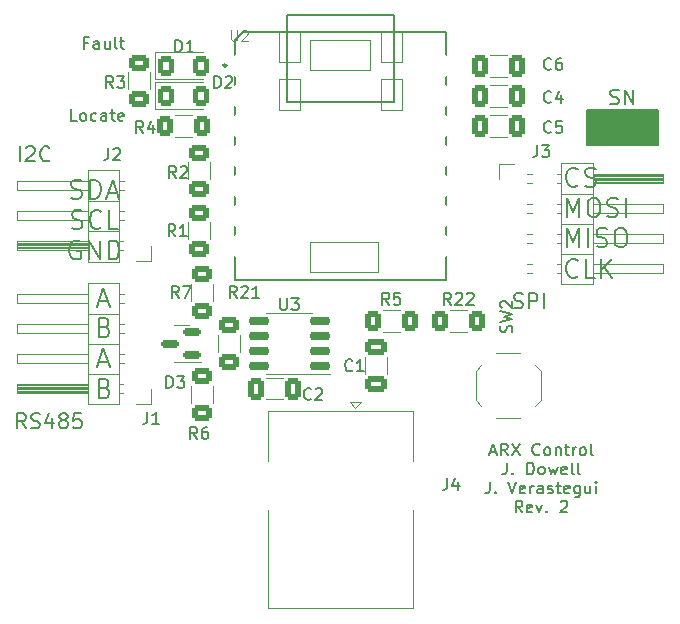
<source format=gto>
G04 #@! TF.GenerationSoftware,KiCad,Pcbnew,7.0.10*
G04 #@! TF.CreationDate,2024-03-12T12:36:54-06:00*
G04 #@! TF.ProjectId,ARXCarrierBoard,41525843-6172-4726-9965-72426f617264,rev?*
G04 #@! TF.SameCoordinates,Original*
G04 #@! TF.FileFunction,Legend,Top*
G04 #@! TF.FilePolarity,Positive*
%FSLAX46Y46*%
G04 Gerber Fmt 4.6, Leading zero omitted, Abs format (unit mm)*
G04 Created by KiCad (PCBNEW 7.0.10) date 2024-03-12 12:36:54*
%MOMM*%
%LPD*%
G01*
G04 APERTURE LIST*
G04 Aperture macros list*
%AMRoundRect*
0 Rectangle with rounded corners*
0 $1 Rounding radius*
0 $2 $3 $4 $5 $6 $7 $8 $9 X,Y pos of 4 corners*
0 Add a 4 corners polygon primitive as box body*
4,1,4,$2,$3,$4,$5,$6,$7,$8,$9,$2,$3,0*
0 Add four circle primitives for the rounded corners*
1,1,$1+$1,$2,$3*
1,1,$1+$1,$4,$5*
1,1,$1+$1,$6,$7*
1,1,$1+$1,$8,$9*
0 Add four rect primitives between the rounded corners*
20,1,$1+$1,$2,$3,$4,$5,0*
20,1,$1+$1,$4,$5,$6,$7,0*
20,1,$1+$1,$6,$7,$8,$9,0*
20,1,$1+$1,$8,$9,$2,$3,0*%
G04 Aperture macros list end*
%ADD10C,0.150000*%
%ADD11C,0.100000*%
%ADD12C,0.120000*%
%ADD13C,0.127000*%
%ADD14C,0.066040*%
%ADD15C,0.254000*%
%ADD16RoundRect,0.250000X0.650000X-0.412500X0.650000X0.412500X-0.650000X0.412500X-0.650000X-0.412500X0*%
%ADD17R,1.700000X1.700000*%
%ADD18O,1.700000X1.700000*%
%ADD19RoundRect,0.250000X-0.625000X0.400000X-0.625000X-0.400000X0.625000X-0.400000X0.625000X0.400000X0*%
%ADD20RoundRect,0.250000X0.400000X0.625000X-0.400000X0.625000X-0.400000X-0.625000X0.400000X-0.625000X0*%
%ADD21RoundRect,0.250000X-0.400000X-0.625000X0.400000X-0.625000X0.400000X0.625000X-0.400000X0.625000X0*%
%ADD22C,1.700000*%
%ADD23C,3.500000*%
%ADD24R,1.000000X1.700000*%
%ADD25RoundRect,0.250000X0.625000X-0.400000X0.625000X0.400000X-0.625000X0.400000X-0.625000X-0.400000X0*%
%ADD26RoundRect,0.250001X-0.462499X-0.624999X0.462499X-0.624999X0.462499X0.624999X-0.462499X0.624999X0*%
%ADD27RoundRect,0.250000X0.412500X0.650000X-0.412500X0.650000X-0.412500X-0.650000X0.412500X-0.650000X0*%
%ADD28RoundRect,0.150000X0.725000X0.150000X-0.725000X0.150000X-0.725000X-0.150000X0.725000X-0.150000X0*%
%ADD29O,2.748280X1.998980*%
%ADD30O,1.016000X2.032000*%
%ADD31C,1.143000*%
%ADD32RoundRect,0.250000X-0.412500X-0.650000X0.412500X-0.650000X0.412500X0.650000X-0.412500X0.650000X0*%
%ADD33RoundRect,0.150000X0.587500X0.150000X-0.587500X0.150000X-0.587500X-0.150000X0.587500X-0.150000X0*%
G04 APERTURE END LIST*
D10*
X216710000Y-70358000D02*
X222710000Y-70358000D01*
X222710000Y-73358000D01*
X216710000Y-73358000D01*
X216710000Y-70358000D01*
G36*
X216710000Y-70358000D02*
G01*
X222710000Y-70358000D01*
X222710000Y-73358000D01*
X216710000Y-73358000D01*
X216710000Y-70358000D01*
G37*
X173063142Y-77820690D02*
X173291714Y-77896880D01*
X173291714Y-77896880D02*
X173672666Y-77896880D01*
X173672666Y-77896880D02*
X173825047Y-77820690D01*
X173825047Y-77820690D02*
X173901238Y-77744499D01*
X173901238Y-77744499D02*
X173977428Y-77592118D01*
X173977428Y-77592118D02*
X173977428Y-77439737D01*
X173977428Y-77439737D02*
X173901238Y-77287356D01*
X173901238Y-77287356D02*
X173825047Y-77211166D01*
X173825047Y-77211166D02*
X173672666Y-77134975D01*
X173672666Y-77134975D02*
X173367904Y-77058785D01*
X173367904Y-77058785D02*
X173215523Y-76982594D01*
X173215523Y-76982594D02*
X173139333Y-76906404D01*
X173139333Y-76906404D02*
X173063142Y-76754023D01*
X173063142Y-76754023D02*
X173063142Y-76601642D01*
X173063142Y-76601642D02*
X173139333Y-76449261D01*
X173139333Y-76449261D02*
X173215523Y-76373070D01*
X173215523Y-76373070D02*
X173367904Y-76296880D01*
X173367904Y-76296880D02*
X173748857Y-76296880D01*
X173748857Y-76296880D02*
X173977428Y-76373070D01*
X174663143Y-77896880D02*
X174663143Y-76296880D01*
X174663143Y-76296880D02*
X175044095Y-76296880D01*
X175044095Y-76296880D02*
X175272667Y-76373070D01*
X175272667Y-76373070D02*
X175425048Y-76525451D01*
X175425048Y-76525451D02*
X175501238Y-76677832D01*
X175501238Y-76677832D02*
X175577429Y-76982594D01*
X175577429Y-76982594D02*
X175577429Y-77211166D01*
X175577429Y-77211166D02*
X175501238Y-77515928D01*
X175501238Y-77515928D02*
X175425048Y-77668309D01*
X175425048Y-77668309D02*
X175272667Y-77820690D01*
X175272667Y-77820690D02*
X175044095Y-77896880D01*
X175044095Y-77896880D02*
X174663143Y-77896880D01*
X176186952Y-77439737D02*
X176948857Y-77439737D01*
X176034571Y-77896880D02*
X176567905Y-76296880D01*
X176567905Y-76296880D02*
X177101238Y-77896880D01*
X173101237Y-80396690D02*
X173329809Y-80472880D01*
X173329809Y-80472880D02*
X173710761Y-80472880D01*
X173710761Y-80472880D02*
X173863142Y-80396690D01*
X173863142Y-80396690D02*
X173939333Y-80320499D01*
X173939333Y-80320499D02*
X174015523Y-80168118D01*
X174015523Y-80168118D02*
X174015523Y-80015737D01*
X174015523Y-80015737D02*
X173939333Y-79863356D01*
X173939333Y-79863356D02*
X173863142Y-79787166D01*
X173863142Y-79787166D02*
X173710761Y-79710975D01*
X173710761Y-79710975D02*
X173405999Y-79634785D01*
X173405999Y-79634785D02*
X173253618Y-79558594D01*
X173253618Y-79558594D02*
X173177428Y-79482404D01*
X173177428Y-79482404D02*
X173101237Y-79330023D01*
X173101237Y-79330023D02*
X173101237Y-79177642D01*
X173101237Y-79177642D02*
X173177428Y-79025261D01*
X173177428Y-79025261D02*
X173253618Y-78949070D01*
X173253618Y-78949070D02*
X173405999Y-78872880D01*
X173405999Y-78872880D02*
X173786952Y-78872880D01*
X173786952Y-78872880D02*
X174015523Y-78949070D01*
X175615524Y-80320499D02*
X175539333Y-80396690D01*
X175539333Y-80396690D02*
X175310762Y-80472880D01*
X175310762Y-80472880D02*
X175158381Y-80472880D01*
X175158381Y-80472880D02*
X174929809Y-80396690D01*
X174929809Y-80396690D02*
X174777428Y-80244309D01*
X174777428Y-80244309D02*
X174701238Y-80091928D01*
X174701238Y-80091928D02*
X174625047Y-79787166D01*
X174625047Y-79787166D02*
X174625047Y-79558594D01*
X174625047Y-79558594D02*
X174701238Y-79253832D01*
X174701238Y-79253832D02*
X174777428Y-79101451D01*
X174777428Y-79101451D02*
X174929809Y-78949070D01*
X174929809Y-78949070D02*
X175158381Y-78872880D01*
X175158381Y-78872880D02*
X175310762Y-78872880D01*
X175310762Y-78872880D02*
X175539333Y-78949070D01*
X175539333Y-78949070D02*
X175615524Y-79025261D01*
X177063143Y-80472880D02*
X176301238Y-80472880D01*
X176301238Y-80472880D02*
X176301238Y-78872880D01*
X173786952Y-81525070D02*
X173634571Y-81448880D01*
X173634571Y-81448880D02*
X173406000Y-81448880D01*
X173406000Y-81448880D02*
X173177428Y-81525070D01*
X173177428Y-81525070D02*
X173025047Y-81677451D01*
X173025047Y-81677451D02*
X172948857Y-81829832D01*
X172948857Y-81829832D02*
X172872666Y-82134594D01*
X172872666Y-82134594D02*
X172872666Y-82363166D01*
X172872666Y-82363166D02*
X172948857Y-82667928D01*
X172948857Y-82667928D02*
X173025047Y-82820309D01*
X173025047Y-82820309D02*
X173177428Y-82972690D01*
X173177428Y-82972690D02*
X173406000Y-83048880D01*
X173406000Y-83048880D02*
X173558381Y-83048880D01*
X173558381Y-83048880D02*
X173786952Y-82972690D01*
X173786952Y-82972690D02*
X173863143Y-82896499D01*
X173863143Y-82896499D02*
X173863143Y-82363166D01*
X173863143Y-82363166D02*
X173558381Y-82363166D01*
X174548857Y-83048880D02*
X174548857Y-81448880D01*
X174548857Y-81448880D02*
X175463143Y-83048880D01*
X175463143Y-83048880D02*
X175463143Y-81448880D01*
X176225047Y-83048880D02*
X176225047Y-81448880D01*
X176225047Y-81448880D02*
X176605999Y-81448880D01*
X176605999Y-81448880D02*
X176834571Y-81525070D01*
X176834571Y-81525070D02*
X176986952Y-81677451D01*
X176986952Y-81677451D02*
X177063142Y-81829832D01*
X177063142Y-81829832D02*
X177139333Y-82134594D01*
X177139333Y-82134594D02*
X177139333Y-82363166D01*
X177139333Y-82363166D02*
X177063142Y-82667928D01*
X177063142Y-82667928D02*
X176986952Y-82820309D01*
X176986952Y-82820309D02*
X176834571Y-82972690D01*
X176834571Y-82972690D02*
X176605999Y-83048880D01*
X176605999Y-83048880D02*
X176225047Y-83048880D01*
X210556238Y-87124950D02*
X210734809Y-87184473D01*
X210734809Y-87184473D02*
X211032428Y-87184473D01*
X211032428Y-87184473D02*
X211151476Y-87124950D01*
X211151476Y-87124950D02*
X211211000Y-87065426D01*
X211211000Y-87065426D02*
X211270523Y-86946378D01*
X211270523Y-86946378D02*
X211270523Y-86827330D01*
X211270523Y-86827330D02*
X211211000Y-86708283D01*
X211211000Y-86708283D02*
X211151476Y-86648759D01*
X211151476Y-86648759D02*
X211032428Y-86589235D01*
X211032428Y-86589235D02*
X210794333Y-86529711D01*
X210794333Y-86529711D02*
X210675285Y-86470188D01*
X210675285Y-86470188D02*
X210615762Y-86410664D01*
X210615762Y-86410664D02*
X210556238Y-86291616D01*
X210556238Y-86291616D02*
X210556238Y-86172569D01*
X210556238Y-86172569D02*
X210615762Y-86053521D01*
X210615762Y-86053521D02*
X210675285Y-85993997D01*
X210675285Y-85993997D02*
X210794333Y-85934473D01*
X210794333Y-85934473D02*
X211091952Y-85934473D01*
X211091952Y-85934473D02*
X211270523Y-85993997D01*
X211806238Y-87184473D02*
X211806238Y-85934473D01*
X211806238Y-85934473D02*
X212282428Y-85934473D01*
X212282428Y-85934473D02*
X212401476Y-85993997D01*
X212401476Y-85993997D02*
X212460999Y-86053521D01*
X212460999Y-86053521D02*
X212520523Y-86172569D01*
X212520523Y-86172569D02*
X212520523Y-86351140D01*
X212520523Y-86351140D02*
X212460999Y-86470188D01*
X212460999Y-86470188D02*
X212401476Y-86529711D01*
X212401476Y-86529711D02*
X212282428Y-86589235D01*
X212282428Y-86589235D02*
X211806238Y-86589235D01*
X213056238Y-87184473D02*
X213056238Y-85934473D01*
X174458475Y-64701009D02*
X174125142Y-64701009D01*
X174125142Y-65224819D02*
X174125142Y-64224819D01*
X174125142Y-64224819D02*
X174601332Y-64224819D01*
X175410856Y-65224819D02*
X175410856Y-64701009D01*
X175410856Y-64701009D02*
X175363237Y-64605771D01*
X175363237Y-64605771D02*
X175267999Y-64558152D01*
X175267999Y-64558152D02*
X175077523Y-64558152D01*
X175077523Y-64558152D02*
X174982285Y-64605771D01*
X175410856Y-65177200D02*
X175315618Y-65224819D01*
X175315618Y-65224819D02*
X175077523Y-65224819D01*
X175077523Y-65224819D02*
X174982285Y-65177200D01*
X174982285Y-65177200D02*
X174934666Y-65081961D01*
X174934666Y-65081961D02*
X174934666Y-64986723D01*
X174934666Y-64986723D02*
X174982285Y-64891485D01*
X174982285Y-64891485D02*
X175077523Y-64843866D01*
X175077523Y-64843866D02*
X175315618Y-64843866D01*
X175315618Y-64843866D02*
X175410856Y-64796247D01*
X176315618Y-64558152D02*
X176315618Y-65224819D01*
X175887047Y-64558152D02*
X175887047Y-65081961D01*
X175887047Y-65081961D02*
X175934666Y-65177200D01*
X175934666Y-65177200D02*
X176029904Y-65224819D01*
X176029904Y-65224819D02*
X176172761Y-65224819D01*
X176172761Y-65224819D02*
X176267999Y-65177200D01*
X176267999Y-65177200D02*
X176315618Y-65129580D01*
X176934666Y-65224819D02*
X176839428Y-65177200D01*
X176839428Y-65177200D02*
X176791809Y-65081961D01*
X176791809Y-65081961D02*
X176791809Y-64224819D01*
X177172762Y-64558152D02*
X177553714Y-64558152D01*
X177315619Y-64224819D02*
X177315619Y-65081961D01*
X177315619Y-65081961D02*
X177363238Y-65177200D01*
X177363238Y-65177200D02*
X177458476Y-65224819D01*
X177458476Y-65224819D02*
X177553714Y-65224819D01*
X173521904Y-71320819D02*
X173045714Y-71320819D01*
X173045714Y-71320819D02*
X173045714Y-70320819D01*
X173998095Y-71320819D02*
X173902857Y-71273200D01*
X173902857Y-71273200D02*
X173855238Y-71225580D01*
X173855238Y-71225580D02*
X173807619Y-71130342D01*
X173807619Y-71130342D02*
X173807619Y-70844628D01*
X173807619Y-70844628D02*
X173855238Y-70749390D01*
X173855238Y-70749390D02*
X173902857Y-70701771D01*
X173902857Y-70701771D02*
X173998095Y-70654152D01*
X173998095Y-70654152D02*
X174140952Y-70654152D01*
X174140952Y-70654152D02*
X174236190Y-70701771D01*
X174236190Y-70701771D02*
X174283809Y-70749390D01*
X174283809Y-70749390D02*
X174331428Y-70844628D01*
X174331428Y-70844628D02*
X174331428Y-71130342D01*
X174331428Y-71130342D02*
X174283809Y-71225580D01*
X174283809Y-71225580D02*
X174236190Y-71273200D01*
X174236190Y-71273200D02*
X174140952Y-71320819D01*
X174140952Y-71320819D02*
X173998095Y-71320819D01*
X175188571Y-71273200D02*
X175093333Y-71320819D01*
X175093333Y-71320819D02*
X174902857Y-71320819D01*
X174902857Y-71320819D02*
X174807619Y-71273200D01*
X174807619Y-71273200D02*
X174760000Y-71225580D01*
X174760000Y-71225580D02*
X174712381Y-71130342D01*
X174712381Y-71130342D02*
X174712381Y-70844628D01*
X174712381Y-70844628D02*
X174760000Y-70749390D01*
X174760000Y-70749390D02*
X174807619Y-70701771D01*
X174807619Y-70701771D02*
X174902857Y-70654152D01*
X174902857Y-70654152D02*
X175093333Y-70654152D01*
X175093333Y-70654152D02*
X175188571Y-70701771D01*
X176045714Y-71320819D02*
X176045714Y-70797009D01*
X176045714Y-70797009D02*
X175998095Y-70701771D01*
X175998095Y-70701771D02*
X175902857Y-70654152D01*
X175902857Y-70654152D02*
X175712381Y-70654152D01*
X175712381Y-70654152D02*
X175617143Y-70701771D01*
X176045714Y-71273200D02*
X175950476Y-71320819D01*
X175950476Y-71320819D02*
X175712381Y-71320819D01*
X175712381Y-71320819D02*
X175617143Y-71273200D01*
X175617143Y-71273200D02*
X175569524Y-71177961D01*
X175569524Y-71177961D02*
X175569524Y-71082723D01*
X175569524Y-71082723D02*
X175617143Y-70987485D01*
X175617143Y-70987485D02*
X175712381Y-70939866D01*
X175712381Y-70939866D02*
X175950476Y-70939866D01*
X175950476Y-70939866D02*
X176045714Y-70892247D01*
X176379048Y-70654152D02*
X176760000Y-70654152D01*
X176521905Y-70320819D02*
X176521905Y-71177961D01*
X176521905Y-71177961D02*
X176569524Y-71273200D01*
X176569524Y-71273200D02*
X176664762Y-71320819D01*
X176664762Y-71320819D02*
X176760000Y-71320819D01*
X177474286Y-71273200D02*
X177379048Y-71320819D01*
X177379048Y-71320819D02*
X177188572Y-71320819D01*
X177188572Y-71320819D02*
X177093334Y-71273200D01*
X177093334Y-71273200D02*
X177045715Y-71177961D01*
X177045715Y-71177961D02*
X177045715Y-70797009D01*
X177045715Y-70797009D02*
X177093334Y-70701771D01*
X177093334Y-70701771D02*
X177188572Y-70654152D01*
X177188572Y-70654152D02*
X177379048Y-70654152D01*
X177379048Y-70654152D02*
X177474286Y-70701771D01*
X177474286Y-70701771D02*
X177521905Y-70797009D01*
X177521905Y-70797009D02*
X177521905Y-70892247D01*
X177521905Y-70892247D02*
X177045715Y-70987485D01*
X169201952Y-97344473D02*
X168785286Y-96749235D01*
X168487667Y-97344473D02*
X168487667Y-96094473D01*
X168487667Y-96094473D02*
X168963857Y-96094473D01*
X168963857Y-96094473D02*
X169082905Y-96153997D01*
X169082905Y-96153997D02*
X169142428Y-96213521D01*
X169142428Y-96213521D02*
X169201952Y-96332569D01*
X169201952Y-96332569D02*
X169201952Y-96511140D01*
X169201952Y-96511140D02*
X169142428Y-96630188D01*
X169142428Y-96630188D02*
X169082905Y-96689711D01*
X169082905Y-96689711D02*
X168963857Y-96749235D01*
X168963857Y-96749235D02*
X168487667Y-96749235D01*
X169678143Y-97284950D02*
X169856714Y-97344473D01*
X169856714Y-97344473D02*
X170154333Y-97344473D01*
X170154333Y-97344473D02*
X170273381Y-97284950D01*
X170273381Y-97284950D02*
X170332905Y-97225426D01*
X170332905Y-97225426D02*
X170392428Y-97106378D01*
X170392428Y-97106378D02*
X170392428Y-96987330D01*
X170392428Y-96987330D02*
X170332905Y-96868283D01*
X170332905Y-96868283D02*
X170273381Y-96808759D01*
X170273381Y-96808759D02*
X170154333Y-96749235D01*
X170154333Y-96749235D02*
X169916238Y-96689711D01*
X169916238Y-96689711D02*
X169797190Y-96630188D01*
X169797190Y-96630188D02*
X169737667Y-96570664D01*
X169737667Y-96570664D02*
X169678143Y-96451616D01*
X169678143Y-96451616D02*
X169678143Y-96332569D01*
X169678143Y-96332569D02*
X169737667Y-96213521D01*
X169737667Y-96213521D02*
X169797190Y-96153997D01*
X169797190Y-96153997D02*
X169916238Y-96094473D01*
X169916238Y-96094473D02*
X170213857Y-96094473D01*
X170213857Y-96094473D02*
X170392428Y-96153997D01*
X171463857Y-96511140D02*
X171463857Y-97344473D01*
X171166238Y-96034950D02*
X170868619Y-96927807D01*
X170868619Y-96927807D02*
X171642428Y-96927807D01*
X172297190Y-96630188D02*
X172178142Y-96570664D01*
X172178142Y-96570664D02*
X172118619Y-96511140D01*
X172118619Y-96511140D02*
X172059095Y-96392092D01*
X172059095Y-96392092D02*
X172059095Y-96332569D01*
X172059095Y-96332569D02*
X172118619Y-96213521D01*
X172118619Y-96213521D02*
X172178142Y-96153997D01*
X172178142Y-96153997D02*
X172297190Y-96094473D01*
X172297190Y-96094473D02*
X172535285Y-96094473D01*
X172535285Y-96094473D02*
X172654333Y-96153997D01*
X172654333Y-96153997D02*
X172713857Y-96213521D01*
X172713857Y-96213521D02*
X172773380Y-96332569D01*
X172773380Y-96332569D02*
X172773380Y-96392092D01*
X172773380Y-96392092D02*
X172713857Y-96511140D01*
X172713857Y-96511140D02*
X172654333Y-96570664D01*
X172654333Y-96570664D02*
X172535285Y-96630188D01*
X172535285Y-96630188D02*
X172297190Y-96630188D01*
X172297190Y-96630188D02*
X172178142Y-96689711D01*
X172178142Y-96689711D02*
X172118619Y-96749235D01*
X172118619Y-96749235D02*
X172059095Y-96868283D01*
X172059095Y-96868283D02*
X172059095Y-97106378D01*
X172059095Y-97106378D02*
X172118619Y-97225426D01*
X172118619Y-97225426D02*
X172178142Y-97284950D01*
X172178142Y-97284950D02*
X172297190Y-97344473D01*
X172297190Y-97344473D02*
X172535285Y-97344473D01*
X172535285Y-97344473D02*
X172654333Y-97284950D01*
X172654333Y-97284950D02*
X172713857Y-97225426D01*
X172713857Y-97225426D02*
X172773380Y-97106378D01*
X172773380Y-97106378D02*
X172773380Y-96868283D01*
X172773380Y-96868283D02*
X172713857Y-96749235D01*
X172713857Y-96749235D02*
X172654333Y-96689711D01*
X172654333Y-96689711D02*
X172535285Y-96630188D01*
X173904333Y-96094473D02*
X173309095Y-96094473D01*
X173309095Y-96094473D02*
X173249571Y-96689711D01*
X173249571Y-96689711D02*
X173309095Y-96630188D01*
X173309095Y-96630188D02*
X173428142Y-96570664D01*
X173428142Y-96570664D02*
X173725761Y-96570664D01*
X173725761Y-96570664D02*
X173844809Y-96630188D01*
X173844809Y-96630188D02*
X173904333Y-96689711D01*
X173904333Y-96689711D02*
X173963856Y-96808759D01*
X173963856Y-96808759D02*
X173963856Y-97106378D01*
X173963856Y-97106378D02*
X173904333Y-97225426D01*
X173904333Y-97225426D02*
X173844809Y-97284950D01*
X173844809Y-97284950D02*
X173725761Y-97344473D01*
X173725761Y-97344473D02*
X173428142Y-97344473D01*
X173428142Y-97344473D02*
X173309095Y-97284950D01*
X173309095Y-97284950D02*
X173249571Y-97225426D01*
X215939922Y-76726009D02*
X215863731Y-76802200D01*
X215863731Y-76802200D02*
X215635160Y-76878390D01*
X215635160Y-76878390D02*
X215482779Y-76878390D01*
X215482779Y-76878390D02*
X215254207Y-76802200D01*
X215254207Y-76802200D02*
X215101826Y-76649819D01*
X215101826Y-76649819D02*
X215025636Y-76497438D01*
X215025636Y-76497438D02*
X214949445Y-76192676D01*
X214949445Y-76192676D02*
X214949445Y-75964104D01*
X214949445Y-75964104D02*
X215025636Y-75659342D01*
X215025636Y-75659342D02*
X215101826Y-75506961D01*
X215101826Y-75506961D02*
X215254207Y-75354580D01*
X215254207Y-75354580D02*
X215482779Y-75278390D01*
X215482779Y-75278390D02*
X215635160Y-75278390D01*
X215635160Y-75278390D02*
X215863731Y-75354580D01*
X215863731Y-75354580D02*
X215939922Y-75430771D01*
X216549445Y-76802200D02*
X216778017Y-76878390D01*
X216778017Y-76878390D02*
X217158969Y-76878390D01*
X217158969Y-76878390D02*
X217311350Y-76802200D01*
X217311350Y-76802200D02*
X217387541Y-76726009D01*
X217387541Y-76726009D02*
X217463731Y-76573628D01*
X217463731Y-76573628D02*
X217463731Y-76421247D01*
X217463731Y-76421247D02*
X217387541Y-76268866D01*
X217387541Y-76268866D02*
X217311350Y-76192676D01*
X217311350Y-76192676D02*
X217158969Y-76116485D01*
X217158969Y-76116485D02*
X216854207Y-76040295D01*
X216854207Y-76040295D02*
X216701826Y-75964104D01*
X216701826Y-75964104D02*
X216625636Y-75887914D01*
X216625636Y-75887914D02*
X216549445Y-75735533D01*
X216549445Y-75735533D02*
X216549445Y-75583152D01*
X216549445Y-75583152D02*
X216625636Y-75430771D01*
X216625636Y-75430771D02*
X216701826Y-75354580D01*
X216701826Y-75354580D02*
X216854207Y-75278390D01*
X216854207Y-75278390D02*
X217235160Y-75278390D01*
X217235160Y-75278390D02*
X217463731Y-75354580D01*
X215025636Y-79454390D02*
X215025636Y-77854390D01*
X215025636Y-77854390D02*
X215558969Y-78997247D01*
X215558969Y-78997247D02*
X216092303Y-77854390D01*
X216092303Y-77854390D02*
X216092303Y-79454390D01*
X217158969Y-77854390D02*
X217463731Y-77854390D01*
X217463731Y-77854390D02*
X217616112Y-77930580D01*
X217616112Y-77930580D02*
X217768493Y-78082961D01*
X217768493Y-78082961D02*
X217844683Y-78387723D01*
X217844683Y-78387723D02*
X217844683Y-78921057D01*
X217844683Y-78921057D02*
X217768493Y-79225819D01*
X217768493Y-79225819D02*
X217616112Y-79378200D01*
X217616112Y-79378200D02*
X217463731Y-79454390D01*
X217463731Y-79454390D02*
X217158969Y-79454390D01*
X217158969Y-79454390D02*
X217006588Y-79378200D01*
X217006588Y-79378200D02*
X216854207Y-79225819D01*
X216854207Y-79225819D02*
X216778016Y-78921057D01*
X216778016Y-78921057D02*
X216778016Y-78387723D01*
X216778016Y-78387723D02*
X216854207Y-78082961D01*
X216854207Y-78082961D02*
X217006588Y-77930580D01*
X217006588Y-77930580D02*
X217158969Y-77854390D01*
X218454206Y-79378200D02*
X218682778Y-79454390D01*
X218682778Y-79454390D02*
X219063730Y-79454390D01*
X219063730Y-79454390D02*
X219216111Y-79378200D01*
X219216111Y-79378200D02*
X219292302Y-79302009D01*
X219292302Y-79302009D02*
X219368492Y-79149628D01*
X219368492Y-79149628D02*
X219368492Y-78997247D01*
X219368492Y-78997247D02*
X219292302Y-78844866D01*
X219292302Y-78844866D02*
X219216111Y-78768676D01*
X219216111Y-78768676D02*
X219063730Y-78692485D01*
X219063730Y-78692485D02*
X218758968Y-78616295D01*
X218758968Y-78616295D02*
X218606587Y-78540104D01*
X218606587Y-78540104D02*
X218530397Y-78463914D01*
X218530397Y-78463914D02*
X218454206Y-78311533D01*
X218454206Y-78311533D02*
X218454206Y-78159152D01*
X218454206Y-78159152D02*
X218530397Y-78006771D01*
X218530397Y-78006771D02*
X218606587Y-77930580D01*
X218606587Y-77930580D02*
X218758968Y-77854390D01*
X218758968Y-77854390D02*
X219139921Y-77854390D01*
X219139921Y-77854390D02*
X219368492Y-77930580D01*
X220054207Y-79454390D02*
X220054207Y-77854390D01*
X215025636Y-82030390D02*
X215025636Y-80430390D01*
X215025636Y-80430390D02*
X215558969Y-81573247D01*
X215558969Y-81573247D02*
X216092303Y-80430390D01*
X216092303Y-80430390D02*
X216092303Y-82030390D01*
X216854207Y-82030390D02*
X216854207Y-80430390D01*
X217539921Y-81954200D02*
X217768493Y-82030390D01*
X217768493Y-82030390D02*
X218149445Y-82030390D01*
X218149445Y-82030390D02*
X218301826Y-81954200D01*
X218301826Y-81954200D02*
X218378017Y-81878009D01*
X218378017Y-81878009D02*
X218454207Y-81725628D01*
X218454207Y-81725628D02*
X218454207Y-81573247D01*
X218454207Y-81573247D02*
X218378017Y-81420866D01*
X218378017Y-81420866D02*
X218301826Y-81344676D01*
X218301826Y-81344676D02*
X218149445Y-81268485D01*
X218149445Y-81268485D02*
X217844683Y-81192295D01*
X217844683Y-81192295D02*
X217692302Y-81116104D01*
X217692302Y-81116104D02*
X217616112Y-81039914D01*
X217616112Y-81039914D02*
X217539921Y-80887533D01*
X217539921Y-80887533D02*
X217539921Y-80735152D01*
X217539921Y-80735152D02*
X217616112Y-80582771D01*
X217616112Y-80582771D02*
X217692302Y-80506580D01*
X217692302Y-80506580D02*
X217844683Y-80430390D01*
X217844683Y-80430390D02*
X218225636Y-80430390D01*
X218225636Y-80430390D02*
X218454207Y-80506580D01*
X219444684Y-80430390D02*
X219749446Y-80430390D01*
X219749446Y-80430390D02*
X219901827Y-80506580D01*
X219901827Y-80506580D02*
X220054208Y-80658961D01*
X220054208Y-80658961D02*
X220130398Y-80963723D01*
X220130398Y-80963723D02*
X220130398Y-81497057D01*
X220130398Y-81497057D02*
X220054208Y-81801819D01*
X220054208Y-81801819D02*
X219901827Y-81954200D01*
X219901827Y-81954200D02*
X219749446Y-82030390D01*
X219749446Y-82030390D02*
X219444684Y-82030390D01*
X219444684Y-82030390D02*
X219292303Y-81954200D01*
X219292303Y-81954200D02*
X219139922Y-81801819D01*
X219139922Y-81801819D02*
X219063731Y-81497057D01*
X219063731Y-81497057D02*
X219063731Y-80963723D01*
X219063731Y-80963723D02*
X219139922Y-80658961D01*
X219139922Y-80658961D02*
X219292303Y-80506580D01*
X219292303Y-80506580D02*
X219444684Y-80430390D01*
X215939922Y-84454009D02*
X215863731Y-84530200D01*
X215863731Y-84530200D02*
X215635160Y-84606390D01*
X215635160Y-84606390D02*
X215482779Y-84606390D01*
X215482779Y-84606390D02*
X215254207Y-84530200D01*
X215254207Y-84530200D02*
X215101826Y-84377819D01*
X215101826Y-84377819D02*
X215025636Y-84225438D01*
X215025636Y-84225438D02*
X214949445Y-83920676D01*
X214949445Y-83920676D02*
X214949445Y-83692104D01*
X214949445Y-83692104D02*
X215025636Y-83387342D01*
X215025636Y-83387342D02*
X215101826Y-83234961D01*
X215101826Y-83234961D02*
X215254207Y-83082580D01*
X215254207Y-83082580D02*
X215482779Y-83006390D01*
X215482779Y-83006390D02*
X215635160Y-83006390D01*
X215635160Y-83006390D02*
X215863731Y-83082580D01*
X215863731Y-83082580D02*
X215939922Y-83158771D01*
X217387541Y-84606390D02*
X216625636Y-84606390D01*
X216625636Y-84606390D02*
X216625636Y-83006390D01*
X217920874Y-84606390D02*
X217920874Y-83006390D01*
X218835160Y-84606390D02*
X218149445Y-83692104D01*
X218835160Y-83006390D02*
X217920874Y-83920676D01*
X175412317Y-86581247D02*
X176174222Y-86581247D01*
X175259936Y-87038390D02*
X175793270Y-85438390D01*
X175793270Y-85438390D02*
X176326603Y-87038390D01*
X175907555Y-88776295D02*
X176136127Y-88852485D01*
X176136127Y-88852485D02*
X176212317Y-88928676D01*
X176212317Y-88928676D02*
X176288508Y-89081057D01*
X176288508Y-89081057D02*
X176288508Y-89309628D01*
X176288508Y-89309628D02*
X176212317Y-89462009D01*
X176212317Y-89462009D02*
X176136127Y-89538200D01*
X176136127Y-89538200D02*
X175983746Y-89614390D01*
X175983746Y-89614390D02*
X175374222Y-89614390D01*
X175374222Y-89614390D02*
X175374222Y-88014390D01*
X175374222Y-88014390D02*
X175907555Y-88014390D01*
X175907555Y-88014390D02*
X176059936Y-88090580D01*
X176059936Y-88090580D02*
X176136127Y-88166771D01*
X176136127Y-88166771D02*
X176212317Y-88319152D01*
X176212317Y-88319152D02*
X176212317Y-88471533D01*
X176212317Y-88471533D02*
X176136127Y-88623914D01*
X176136127Y-88623914D02*
X176059936Y-88700104D01*
X176059936Y-88700104D02*
X175907555Y-88776295D01*
X175907555Y-88776295D02*
X175374222Y-88776295D01*
X175412317Y-91733247D02*
X176174222Y-91733247D01*
X175259936Y-92190390D02*
X175793270Y-90590390D01*
X175793270Y-90590390D02*
X176326603Y-92190390D01*
X175907555Y-93928295D02*
X176136127Y-94004485D01*
X176136127Y-94004485D02*
X176212317Y-94080676D01*
X176212317Y-94080676D02*
X176288508Y-94233057D01*
X176288508Y-94233057D02*
X176288508Y-94461628D01*
X176288508Y-94461628D02*
X176212317Y-94614009D01*
X176212317Y-94614009D02*
X176136127Y-94690200D01*
X176136127Y-94690200D02*
X175983746Y-94766390D01*
X175983746Y-94766390D02*
X175374222Y-94766390D01*
X175374222Y-94766390D02*
X175374222Y-93166390D01*
X175374222Y-93166390D02*
X175907555Y-93166390D01*
X175907555Y-93166390D02*
X176059936Y-93242580D01*
X176059936Y-93242580D02*
X176136127Y-93318771D01*
X176136127Y-93318771D02*
X176212317Y-93471152D01*
X176212317Y-93471152D02*
X176212317Y-93623533D01*
X176212317Y-93623533D02*
X176136127Y-93775914D01*
X176136127Y-93775914D02*
X176059936Y-93852104D01*
X176059936Y-93852104D02*
X175907555Y-93928295D01*
X175907555Y-93928295D02*
X175374222Y-93928295D01*
X168705762Y-74738473D02*
X168705762Y-73488473D01*
X169241476Y-73607521D02*
X169301000Y-73547997D01*
X169301000Y-73547997D02*
X169420047Y-73488473D01*
X169420047Y-73488473D02*
X169717666Y-73488473D01*
X169717666Y-73488473D02*
X169836714Y-73547997D01*
X169836714Y-73547997D02*
X169896238Y-73607521D01*
X169896238Y-73607521D02*
X169955761Y-73726569D01*
X169955761Y-73726569D02*
X169955761Y-73845616D01*
X169955761Y-73845616D02*
X169896238Y-74024188D01*
X169896238Y-74024188D02*
X169181952Y-74738473D01*
X169181952Y-74738473D02*
X169955761Y-74738473D01*
X171205761Y-74619426D02*
X171146237Y-74678950D01*
X171146237Y-74678950D02*
X170967666Y-74738473D01*
X170967666Y-74738473D02*
X170848618Y-74738473D01*
X170848618Y-74738473D02*
X170670047Y-74678950D01*
X170670047Y-74678950D02*
X170550999Y-74559902D01*
X170550999Y-74559902D02*
X170491476Y-74440854D01*
X170491476Y-74440854D02*
X170431952Y-74202759D01*
X170431952Y-74202759D02*
X170431952Y-74024188D01*
X170431952Y-74024188D02*
X170491476Y-73786092D01*
X170491476Y-73786092D02*
X170550999Y-73667045D01*
X170550999Y-73667045D02*
X170670047Y-73547997D01*
X170670047Y-73547997D02*
X170848618Y-73488473D01*
X170848618Y-73488473D02*
X170967666Y-73488473D01*
X170967666Y-73488473D02*
X171146237Y-73547997D01*
X171146237Y-73547997D02*
X171205761Y-73607521D01*
X218698095Y-69868950D02*
X218876666Y-69928473D01*
X218876666Y-69928473D02*
X219174285Y-69928473D01*
X219174285Y-69928473D02*
X219293333Y-69868950D01*
X219293333Y-69868950D02*
X219352857Y-69809426D01*
X219352857Y-69809426D02*
X219412380Y-69690378D01*
X219412380Y-69690378D02*
X219412380Y-69571330D01*
X219412380Y-69571330D02*
X219352857Y-69452283D01*
X219352857Y-69452283D02*
X219293333Y-69392759D01*
X219293333Y-69392759D02*
X219174285Y-69333235D01*
X219174285Y-69333235D02*
X218936190Y-69273711D01*
X218936190Y-69273711D02*
X218817142Y-69214188D01*
X218817142Y-69214188D02*
X218757619Y-69154664D01*
X218757619Y-69154664D02*
X218698095Y-69035616D01*
X218698095Y-69035616D02*
X218698095Y-68916569D01*
X218698095Y-68916569D02*
X218757619Y-68797521D01*
X218757619Y-68797521D02*
X218817142Y-68737997D01*
X218817142Y-68737997D02*
X218936190Y-68678473D01*
X218936190Y-68678473D02*
X219233809Y-68678473D01*
X219233809Y-68678473D02*
X219412380Y-68737997D01*
X219948095Y-69928473D02*
X219948095Y-68678473D01*
X219948095Y-68678473D02*
X220662380Y-69928473D01*
X220662380Y-69928473D02*
X220662380Y-68678473D01*
X208542475Y-99354104D02*
X209018665Y-99354104D01*
X208447237Y-99639819D02*
X208780570Y-98639819D01*
X208780570Y-98639819D02*
X209113903Y-99639819D01*
X210018665Y-99639819D02*
X209685332Y-99163628D01*
X209447237Y-99639819D02*
X209447237Y-98639819D01*
X209447237Y-98639819D02*
X209828189Y-98639819D01*
X209828189Y-98639819D02*
X209923427Y-98687438D01*
X209923427Y-98687438D02*
X209971046Y-98735057D01*
X209971046Y-98735057D02*
X210018665Y-98830295D01*
X210018665Y-98830295D02*
X210018665Y-98973152D01*
X210018665Y-98973152D02*
X209971046Y-99068390D01*
X209971046Y-99068390D02*
X209923427Y-99116009D01*
X209923427Y-99116009D02*
X209828189Y-99163628D01*
X209828189Y-99163628D02*
X209447237Y-99163628D01*
X210351999Y-98639819D02*
X211018665Y-99639819D01*
X211018665Y-98639819D02*
X210351999Y-99639819D01*
X212732951Y-99544580D02*
X212685332Y-99592200D01*
X212685332Y-99592200D02*
X212542475Y-99639819D01*
X212542475Y-99639819D02*
X212447237Y-99639819D01*
X212447237Y-99639819D02*
X212304380Y-99592200D01*
X212304380Y-99592200D02*
X212209142Y-99496961D01*
X212209142Y-99496961D02*
X212161523Y-99401723D01*
X212161523Y-99401723D02*
X212113904Y-99211247D01*
X212113904Y-99211247D02*
X212113904Y-99068390D01*
X212113904Y-99068390D02*
X212161523Y-98877914D01*
X212161523Y-98877914D02*
X212209142Y-98782676D01*
X212209142Y-98782676D02*
X212304380Y-98687438D01*
X212304380Y-98687438D02*
X212447237Y-98639819D01*
X212447237Y-98639819D02*
X212542475Y-98639819D01*
X212542475Y-98639819D02*
X212685332Y-98687438D01*
X212685332Y-98687438D02*
X212732951Y-98735057D01*
X213304380Y-99639819D02*
X213209142Y-99592200D01*
X213209142Y-99592200D02*
X213161523Y-99544580D01*
X213161523Y-99544580D02*
X213113904Y-99449342D01*
X213113904Y-99449342D02*
X213113904Y-99163628D01*
X213113904Y-99163628D02*
X213161523Y-99068390D01*
X213161523Y-99068390D02*
X213209142Y-99020771D01*
X213209142Y-99020771D02*
X213304380Y-98973152D01*
X213304380Y-98973152D02*
X213447237Y-98973152D01*
X213447237Y-98973152D02*
X213542475Y-99020771D01*
X213542475Y-99020771D02*
X213590094Y-99068390D01*
X213590094Y-99068390D02*
X213637713Y-99163628D01*
X213637713Y-99163628D02*
X213637713Y-99449342D01*
X213637713Y-99449342D02*
X213590094Y-99544580D01*
X213590094Y-99544580D02*
X213542475Y-99592200D01*
X213542475Y-99592200D02*
X213447237Y-99639819D01*
X213447237Y-99639819D02*
X213304380Y-99639819D01*
X214066285Y-98973152D02*
X214066285Y-99639819D01*
X214066285Y-99068390D02*
X214113904Y-99020771D01*
X214113904Y-99020771D02*
X214209142Y-98973152D01*
X214209142Y-98973152D02*
X214351999Y-98973152D01*
X214351999Y-98973152D02*
X214447237Y-99020771D01*
X214447237Y-99020771D02*
X214494856Y-99116009D01*
X214494856Y-99116009D02*
X214494856Y-99639819D01*
X214828190Y-98973152D02*
X215209142Y-98973152D01*
X214971047Y-98639819D02*
X214971047Y-99496961D01*
X214971047Y-99496961D02*
X215018666Y-99592200D01*
X215018666Y-99592200D02*
X215113904Y-99639819D01*
X215113904Y-99639819D02*
X215209142Y-99639819D01*
X215542476Y-99639819D02*
X215542476Y-98973152D01*
X215542476Y-99163628D02*
X215590095Y-99068390D01*
X215590095Y-99068390D02*
X215637714Y-99020771D01*
X215637714Y-99020771D02*
X215732952Y-98973152D01*
X215732952Y-98973152D02*
X215828190Y-98973152D01*
X216304381Y-99639819D02*
X216209143Y-99592200D01*
X216209143Y-99592200D02*
X216161524Y-99544580D01*
X216161524Y-99544580D02*
X216113905Y-99449342D01*
X216113905Y-99449342D02*
X216113905Y-99163628D01*
X216113905Y-99163628D02*
X216161524Y-99068390D01*
X216161524Y-99068390D02*
X216209143Y-99020771D01*
X216209143Y-99020771D02*
X216304381Y-98973152D01*
X216304381Y-98973152D02*
X216447238Y-98973152D01*
X216447238Y-98973152D02*
X216542476Y-99020771D01*
X216542476Y-99020771D02*
X216590095Y-99068390D01*
X216590095Y-99068390D02*
X216637714Y-99163628D01*
X216637714Y-99163628D02*
X216637714Y-99449342D01*
X216637714Y-99449342D02*
X216590095Y-99544580D01*
X216590095Y-99544580D02*
X216542476Y-99592200D01*
X216542476Y-99592200D02*
X216447238Y-99639819D01*
X216447238Y-99639819D02*
X216304381Y-99639819D01*
X217209143Y-99639819D02*
X217113905Y-99592200D01*
X217113905Y-99592200D02*
X217066286Y-99496961D01*
X217066286Y-99496961D02*
X217066286Y-98639819D01*
X209947237Y-100249819D02*
X209947237Y-100964104D01*
X209947237Y-100964104D02*
X209899618Y-101106961D01*
X209899618Y-101106961D02*
X209804380Y-101202200D01*
X209804380Y-101202200D02*
X209661523Y-101249819D01*
X209661523Y-101249819D02*
X209566285Y-101249819D01*
X210423428Y-101154580D02*
X210471047Y-101202200D01*
X210471047Y-101202200D02*
X210423428Y-101249819D01*
X210423428Y-101249819D02*
X210375809Y-101202200D01*
X210375809Y-101202200D02*
X210423428Y-101154580D01*
X210423428Y-101154580D02*
X210423428Y-101249819D01*
X211661523Y-101249819D02*
X211661523Y-100249819D01*
X211661523Y-100249819D02*
X211899618Y-100249819D01*
X211899618Y-100249819D02*
X212042475Y-100297438D01*
X212042475Y-100297438D02*
X212137713Y-100392676D01*
X212137713Y-100392676D02*
X212185332Y-100487914D01*
X212185332Y-100487914D02*
X212232951Y-100678390D01*
X212232951Y-100678390D02*
X212232951Y-100821247D01*
X212232951Y-100821247D02*
X212185332Y-101011723D01*
X212185332Y-101011723D02*
X212137713Y-101106961D01*
X212137713Y-101106961D02*
X212042475Y-101202200D01*
X212042475Y-101202200D02*
X211899618Y-101249819D01*
X211899618Y-101249819D02*
X211661523Y-101249819D01*
X212804380Y-101249819D02*
X212709142Y-101202200D01*
X212709142Y-101202200D02*
X212661523Y-101154580D01*
X212661523Y-101154580D02*
X212613904Y-101059342D01*
X212613904Y-101059342D02*
X212613904Y-100773628D01*
X212613904Y-100773628D02*
X212661523Y-100678390D01*
X212661523Y-100678390D02*
X212709142Y-100630771D01*
X212709142Y-100630771D02*
X212804380Y-100583152D01*
X212804380Y-100583152D02*
X212947237Y-100583152D01*
X212947237Y-100583152D02*
X213042475Y-100630771D01*
X213042475Y-100630771D02*
X213090094Y-100678390D01*
X213090094Y-100678390D02*
X213137713Y-100773628D01*
X213137713Y-100773628D02*
X213137713Y-101059342D01*
X213137713Y-101059342D02*
X213090094Y-101154580D01*
X213090094Y-101154580D02*
X213042475Y-101202200D01*
X213042475Y-101202200D02*
X212947237Y-101249819D01*
X212947237Y-101249819D02*
X212804380Y-101249819D01*
X213471047Y-100583152D02*
X213661523Y-101249819D01*
X213661523Y-101249819D02*
X213851999Y-100773628D01*
X213851999Y-100773628D02*
X214042475Y-101249819D01*
X214042475Y-101249819D02*
X214232951Y-100583152D01*
X214994856Y-101202200D02*
X214899618Y-101249819D01*
X214899618Y-101249819D02*
X214709142Y-101249819D01*
X214709142Y-101249819D02*
X214613904Y-101202200D01*
X214613904Y-101202200D02*
X214566285Y-101106961D01*
X214566285Y-101106961D02*
X214566285Y-100726009D01*
X214566285Y-100726009D02*
X214613904Y-100630771D01*
X214613904Y-100630771D02*
X214709142Y-100583152D01*
X214709142Y-100583152D02*
X214899618Y-100583152D01*
X214899618Y-100583152D02*
X214994856Y-100630771D01*
X214994856Y-100630771D02*
X215042475Y-100726009D01*
X215042475Y-100726009D02*
X215042475Y-100821247D01*
X215042475Y-100821247D02*
X214566285Y-100916485D01*
X215613904Y-101249819D02*
X215518666Y-101202200D01*
X215518666Y-101202200D02*
X215471047Y-101106961D01*
X215471047Y-101106961D02*
X215471047Y-100249819D01*
X216137714Y-101249819D02*
X216042476Y-101202200D01*
X216042476Y-101202200D02*
X215994857Y-101106961D01*
X215994857Y-101106961D02*
X215994857Y-100249819D01*
X208494856Y-101859819D02*
X208494856Y-102574104D01*
X208494856Y-102574104D02*
X208447237Y-102716961D01*
X208447237Y-102716961D02*
X208351999Y-102812200D01*
X208351999Y-102812200D02*
X208209142Y-102859819D01*
X208209142Y-102859819D02*
X208113904Y-102859819D01*
X208971047Y-102764580D02*
X209018666Y-102812200D01*
X209018666Y-102812200D02*
X208971047Y-102859819D01*
X208971047Y-102859819D02*
X208923428Y-102812200D01*
X208923428Y-102812200D02*
X208971047Y-102764580D01*
X208971047Y-102764580D02*
X208971047Y-102859819D01*
X210066285Y-101859819D02*
X210399618Y-102859819D01*
X210399618Y-102859819D02*
X210732951Y-101859819D01*
X211447237Y-102812200D02*
X211351999Y-102859819D01*
X211351999Y-102859819D02*
X211161523Y-102859819D01*
X211161523Y-102859819D02*
X211066285Y-102812200D01*
X211066285Y-102812200D02*
X211018666Y-102716961D01*
X211018666Y-102716961D02*
X211018666Y-102336009D01*
X211018666Y-102336009D02*
X211066285Y-102240771D01*
X211066285Y-102240771D02*
X211161523Y-102193152D01*
X211161523Y-102193152D02*
X211351999Y-102193152D01*
X211351999Y-102193152D02*
X211447237Y-102240771D01*
X211447237Y-102240771D02*
X211494856Y-102336009D01*
X211494856Y-102336009D02*
X211494856Y-102431247D01*
X211494856Y-102431247D02*
X211018666Y-102526485D01*
X211923428Y-102859819D02*
X211923428Y-102193152D01*
X211923428Y-102383628D02*
X211971047Y-102288390D01*
X211971047Y-102288390D02*
X212018666Y-102240771D01*
X212018666Y-102240771D02*
X212113904Y-102193152D01*
X212113904Y-102193152D02*
X212209142Y-102193152D01*
X212971047Y-102859819D02*
X212971047Y-102336009D01*
X212971047Y-102336009D02*
X212923428Y-102240771D01*
X212923428Y-102240771D02*
X212828190Y-102193152D01*
X212828190Y-102193152D02*
X212637714Y-102193152D01*
X212637714Y-102193152D02*
X212542476Y-102240771D01*
X212971047Y-102812200D02*
X212875809Y-102859819D01*
X212875809Y-102859819D02*
X212637714Y-102859819D01*
X212637714Y-102859819D02*
X212542476Y-102812200D01*
X212542476Y-102812200D02*
X212494857Y-102716961D01*
X212494857Y-102716961D02*
X212494857Y-102621723D01*
X212494857Y-102621723D02*
X212542476Y-102526485D01*
X212542476Y-102526485D02*
X212637714Y-102478866D01*
X212637714Y-102478866D02*
X212875809Y-102478866D01*
X212875809Y-102478866D02*
X212971047Y-102431247D01*
X213399619Y-102812200D02*
X213494857Y-102859819D01*
X213494857Y-102859819D02*
X213685333Y-102859819D01*
X213685333Y-102859819D02*
X213780571Y-102812200D01*
X213780571Y-102812200D02*
X213828190Y-102716961D01*
X213828190Y-102716961D02*
X213828190Y-102669342D01*
X213828190Y-102669342D02*
X213780571Y-102574104D01*
X213780571Y-102574104D02*
X213685333Y-102526485D01*
X213685333Y-102526485D02*
X213542476Y-102526485D01*
X213542476Y-102526485D02*
X213447238Y-102478866D01*
X213447238Y-102478866D02*
X213399619Y-102383628D01*
X213399619Y-102383628D02*
X213399619Y-102336009D01*
X213399619Y-102336009D02*
X213447238Y-102240771D01*
X213447238Y-102240771D02*
X213542476Y-102193152D01*
X213542476Y-102193152D02*
X213685333Y-102193152D01*
X213685333Y-102193152D02*
X213780571Y-102240771D01*
X214113905Y-102193152D02*
X214494857Y-102193152D01*
X214256762Y-101859819D02*
X214256762Y-102716961D01*
X214256762Y-102716961D02*
X214304381Y-102812200D01*
X214304381Y-102812200D02*
X214399619Y-102859819D01*
X214399619Y-102859819D02*
X214494857Y-102859819D01*
X215209143Y-102812200D02*
X215113905Y-102859819D01*
X215113905Y-102859819D02*
X214923429Y-102859819D01*
X214923429Y-102859819D02*
X214828191Y-102812200D01*
X214828191Y-102812200D02*
X214780572Y-102716961D01*
X214780572Y-102716961D02*
X214780572Y-102336009D01*
X214780572Y-102336009D02*
X214828191Y-102240771D01*
X214828191Y-102240771D02*
X214923429Y-102193152D01*
X214923429Y-102193152D02*
X215113905Y-102193152D01*
X215113905Y-102193152D02*
X215209143Y-102240771D01*
X215209143Y-102240771D02*
X215256762Y-102336009D01*
X215256762Y-102336009D02*
X215256762Y-102431247D01*
X215256762Y-102431247D02*
X214780572Y-102526485D01*
X216113905Y-102193152D02*
X216113905Y-103002676D01*
X216113905Y-103002676D02*
X216066286Y-103097914D01*
X216066286Y-103097914D02*
X216018667Y-103145533D01*
X216018667Y-103145533D02*
X215923429Y-103193152D01*
X215923429Y-103193152D02*
X215780572Y-103193152D01*
X215780572Y-103193152D02*
X215685334Y-103145533D01*
X216113905Y-102812200D02*
X216018667Y-102859819D01*
X216018667Y-102859819D02*
X215828191Y-102859819D01*
X215828191Y-102859819D02*
X215732953Y-102812200D01*
X215732953Y-102812200D02*
X215685334Y-102764580D01*
X215685334Y-102764580D02*
X215637715Y-102669342D01*
X215637715Y-102669342D02*
X215637715Y-102383628D01*
X215637715Y-102383628D02*
X215685334Y-102288390D01*
X215685334Y-102288390D02*
X215732953Y-102240771D01*
X215732953Y-102240771D02*
X215828191Y-102193152D01*
X215828191Y-102193152D02*
X216018667Y-102193152D01*
X216018667Y-102193152D02*
X216113905Y-102240771D01*
X217018667Y-102193152D02*
X217018667Y-102859819D01*
X216590096Y-102193152D02*
X216590096Y-102716961D01*
X216590096Y-102716961D02*
X216637715Y-102812200D01*
X216637715Y-102812200D02*
X216732953Y-102859819D01*
X216732953Y-102859819D02*
X216875810Y-102859819D01*
X216875810Y-102859819D02*
X216971048Y-102812200D01*
X216971048Y-102812200D02*
X217018667Y-102764580D01*
X217494858Y-102859819D02*
X217494858Y-102193152D01*
X217494858Y-101859819D02*
X217447239Y-101907438D01*
X217447239Y-101907438D02*
X217494858Y-101955057D01*
X217494858Y-101955057D02*
X217542477Y-101907438D01*
X217542477Y-101907438D02*
X217494858Y-101859819D01*
X217494858Y-101859819D02*
X217494858Y-101955057D01*
X211256761Y-104469819D02*
X210923428Y-103993628D01*
X210685333Y-104469819D02*
X210685333Y-103469819D01*
X210685333Y-103469819D02*
X211066285Y-103469819D01*
X211066285Y-103469819D02*
X211161523Y-103517438D01*
X211161523Y-103517438D02*
X211209142Y-103565057D01*
X211209142Y-103565057D02*
X211256761Y-103660295D01*
X211256761Y-103660295D02*
X211256761Y-103803152D01*
X211256761Y-103803152D02*
X211209142Y-103898390D01*
X211209142Y-103898390D02*
X211161523Y-103946009D01*
X211161523Y-103946009D02*
X211066285Y-103993628D01*
X211066285Y-103993628D02*
X210685333Y-103993628D01*
X212066285Y-104422200D02*
X211971047Y-104469819D01*
X211971047Y-104469819D02*
X211780571Y-104469819D01*
X211780571Y-104469819D02*
X211685333Y-104422200D01*
X211685333Y-104422200D02*
X211637714Y-104326961D01*
X211637714Y-104326961D02*
X211637714Y-103946009D01*
X211637714Y-103946009D02*
X211685333Y-103850771D01*
X211685333Y-103850771D02*
X211780571Y-103803152D01*
X211780571Y-103803152D02*
X211971047Y-103803152D01*
X211971047Y-103803152D02*
X212066285Y-103850771D01*
X212066285Y-103850771D02*
X212113904Y-103946009D01*
X212113904Y-103946009D02*
X212113904Y-104041247D01*
X212113904Y-104041247D02*
X211637714Y-104136485D01*
X212447238Y-103803152D02*
X212685333Y-104469819D01*
X212685333Y-104469819D02*
X212923428Y-103803152D01*
X213304381Y-104374580D02*
X213352000Y-104422200D01*
X213352000Y-104422200D02*
X213304381Y-104469819D01*
X213304381Y-104469819D02*
X213256762Y-104422200D01*
X213256762Y-104422200D02*
X213304381Y-104374580D01*
X213304381Y-104374580D02*
X213304381Y-104469819D01*
X214494857Y-103565057D02*
X214542476Y-103517438D01*
X214542476Y-103517438D02*
X214637714Y-103469819D01*
X214637714Y-103469819D02*
X214875809Y-103469819D01*
X214875809Y-103469819D02*
X214971047Y-103517438D01*
X214971047Y-103517438D02*
X215018666Y-103565057D01*
X215018666Y-103565057D02*
X215066285Y-103660295D01*
X215066285Y-103660295D02*
X215066285Y-103755533D01*
X215066285Y-103755533D02*
X215018666Y-103898390D01*
X215018666Y-103898390D02*
X214447238Y-104469819D01*
X214447238Y-104469819D02*
X215066285Y-104469819D01*
X196866603Y-92420070D02*
X196818984Y-92467690D01*
X196818984Y-92467690D02*
X196676127Y-92515309D01*
X196676127Y-92515309D02*
X196580889Y-92515309D01*
X196580889Y-92515309D02*
X196438032Y-92467690D01*
X196438032Y-92467690D02*
X196342794Y-92372451D01*
X196342794Y-92372451D02*
X196295175Y-92277213D01*
X196295175Y-92277213D02*
X196247556Y-92086737D01*
X196247556Y-92086737D02*
X196247556Y-91943880D01*
X196247556Y-91943880D02*
X196295175Y-91753404D01*
X196295175Y-91753404D02*
X196342794Y-91658166D01*
X196342794Y-91658166D02*
X196438032Y-91562928D01*
X196438032Y-91562928D02*
X196580889Y-91515309D01*
X196580889Y-91515309D02*
X196676127Y-91515309D01*
X196676127Y-91515309D02*
X196818984Y-91562928D01*
X196818984Y-91562928D02*
X196866603Y-91610547D01*
X197818984Y-92515309D02*
X197247556Y-92515309D01*
X197533270Y-92515309D02*
X197533270Y-91515309D01*
X197533270Y-91515309D02*
X197438032Y-91658166D01*
X197438032Y-91658166D02*
X197342794Y-91753404D01*
X197342794Y-91753404D02*
X197247556Y-91801023D01*
X212518666Y-73368819D02*
X212518666Y-74083104D01*
X212518666Y-74083104D02*
X212471047Y-74225961D01*
X212471047Y-74225961D02*
X212375809Y-74321200D01*
X212375809Y-74321200D02*
X212232952Y-74368819D01*
X212232952Y-74368819D02*
X212137714Y-74368819D01*
X212899619Y-73368819D02*
X213518666Y-73368819D01*
X213518666Y-73368819D02*
X213185333Y-73749771D01*
X213185333Y-73749771D02*
X213328190Y-73749771D01*
X213328190Y-73749771D02*
X213423428Y-73797390D01*
X213423428Y-73797390D02*
X213471047Y-73845009D01*
X213471047Y-73845009D02*
X213518666Y-73940247D01*
X213518666Y-73940247D02*
X213518666Y-74178342D01*
X213518666Y-74178342D02*
X213471047Y-74273580D01*
X213471047Y-74273580D02*
X213423428Y-74321200D01*
X213423428Y-74321200D02*
X213328190Y-74368819D01*
X213328190Y-74368819D02*
X213042476Y-74368819D01*
X213042476Y-74368819D02*
X212947238Y-74321200D01*
X212947238Y-74321200D02*
X212899619Y-74273580D01*
X176617333Y-68526819D02*
X176284000Y-68050628D01*
X176045905Y-68526819D02*
X176045905Y-67526819D01*
X176045905Y-67526819D02*
X176426857Y-67526819D01*
X176426857Y-67526819D02*
X176522095Y-67574438D01*
X176522095Y-67574438D02*
X176569714Y-67622057D01*
X176569714Y-67622057D02*
X176617333Y-67717295D01*
X176617333Y-67717295D02*
X176617333Y-67860152D01*
X176617333Y-67860152D02*
X176569714Y-67955390D01*
X176569714Y-67955390D02*
X176522095Y-68003009D01*
X176522095Y-68003009D02*
X176426857Y-68050628D01*
X176426857Y-68050628D02*
X176045905Y-68050628D01*
X176950667Y-67526819D02*
X177569714Y-67526819D01*
X177569714Y-67526819D02*
X177236381Y-67907771D01*
X177236381Y-67907771D02*
X177379238Y-67907771D01*
X177379238Y-67907771D02*
X177474476Y-67955390D01*
X177474476Y-67955390D02*
X177522095Y-68003009D01*
X177522095Y-68003009D02*
X177569714Y-68098247D01*
X177569714Y-68098247D02*
X177569714Y-68336342D01*
X177569714Y-68336342D02*
X177522095Y-68431580D01*
X177522095Y-68431580D02*
X177474476Y-68479200D01*
X177474476Y-68479200D02*
X177379238Y-68526819D01*
X177379238Y-68526819D02*
X177093524Y-68526819D01*
X177093524Y-68526819D02*
X176998286Y-68479200D01*
X176998286Y-68479200D02*
X176950667Y-68431580D01*
X179157333Y-72336819D02*
X178824000Y-71860628D01*
X178585905Y-72336819D02*
X178585905Y-71336819D01*
X178585905Y-71336819D02*
X178966857Y-71336819D01*
X178966857Y-71336819D02*
X179062095Y-71384438D01*
X179062095Y-71384438D02*
X179109714Y-71432057D01*
X179109714Y-71432057D02*
X179157333Y-71527295D01*
X179157333Y-71527295D02*
X179157333Y-71670152D01*
X179157333Y-71670152D02*
X179109714Y-71765390D01*
X179109714Y-71765390D02*
X179062095Y-71813009D01*
X179062095Y-71813009D02*
X178966857Y-71860628D01*
X178966857Y-71860628D02*
X178585905Y-71860628D01*
X180014476Y-71670152D02*
X180014476Y-72336819D01*
X179776381Y-71289200D02*
X179538286Y-72003485D01*
X179538286Y-72003485D02*
X180157333Y-72003485D01*
X199986603Y-86885309D02*
X199653270Y-86409118D01*
X199415175Y-86885309D02*
X199415175Y-85885309D01*
X199415175Y-85885309D02*
X199796127Y-85885309D01*
X199796127Y-85885309D02*
X199891365Y-85932928D01*
X199891365Y-85932928D02*
X199938984Y-85980547D01*
X199938984Y-85980547D02*
X199986603Y-86075785D01*
X199986603Y-86075785D02*
X199986603Y-86218642D01*
X199986603Y-86218642D02*
X199938984Y-86313880D01*
X199938984Y-86313880D02*
X199891365Y-86361499D01*
X199891365Y-86361499D02*
X199796127Y-86409118D01*
X199796127Y-86409118D02*
X199415175Y-86409118D01*
X200891365Y-85885309D02*
X200415175Y-85885309D01*
X200415175Y-85885309D02*
X200367556Y-86361499D01*
X200367556Y-86361499D02*
X200415175Y-86313880D01*
X200415175Y-86313880D02*
X200510413Y-86266261D01*
X200510413Y-86266261D02*
X200748508Y-86266261D01*
X200748508Y-86266261D02*
X200843746Y-86313880D01*
X200843746Y-86313880D02*
X200891365Y-86361499D01*
X200891365Y-86361499D02*
X200938984Y-86456737D01*
X200938984Y-86456737D02*
X200938984Y-86694832D01*
X200938984Y-86694832D02*
X200891365Y-86790070D01*
X200891365Y-86790070D02*
X200843746Y-86837690D01*
X200843746Y-86837690D02*
X200748508Y-86885309D01*
X200748508Y-86885309D02*
X200510413Y-86885309D01*
X200510413Y-86885309D02*
X200415175Y-86837690D01*
X200415175Y-86837690D02*
X200367556Y-86790070D01*
X204898666Y-101562819D02*
X204898666Y-102277104D01*
X204898666Y-102277104D02*
X204851047Y-102419961D01*
X204851047Y-102419961D02*
X204755809Y-102515200D01*
X204755809Y-102515200D02*
X204612952Y-102562819D01*
X204612952Y-102562819D02*
X204517714Y-102562819D01*
X205803428Y-101896152D02*
X205803428Y-102562819D01*
X205565333Y-101515200D02*
X205327238Y-102229485D01*
X205327238Y-102229485D02*
X205946285Y-102229485D01*
X181951333Y-76146819D02*
X181618000Y-75670628D01*
X181379905Y-76146819D02*
X181379905Y-75146819D01*
X181379905Y-75146819D02*
X181760857Y-75146819D01*
X181760857Y-75146819D02*
X181856095Y-75194438D01*
X181856095Y-75194438D02*
X181903714Y-75242057D01*
X181903714Y-75242057D02*
X181951333Y-75337295D01*
X181951333Y-75337295D02*
X181951333Y-75480152D01*
X181951333Y-75480152D02*
X181903714Y-75575390D01*
X181903714Y-75575390D02*
X181856095Y-75623009D01*
X181856095Y-75623009D02*
X181760857Y-75670628D01*
X181760857Y-75670628D02*
X181379905Y-75670628D01*
X182332286Y-75242057D02*
X182379905Y-75194438D01*
X182379905Y-75194438D02*
X182475143Y-75146819D01*
X182475143Y-75146819D02*
X182713238Y-75146819D01*
X182713238Y-75146819D02*
X182808476Y-75194438D01*
X182808476Y-75194438D02*
X182856095Y-75242057D01*
X182856095Y-75242057D02*
X182903714Y-75337295D01*
X182903714Y-75337295D02*
X182903714Y-75432533D01*
X182903714Y-75432533D02*
X182856095Y-75575390D01*
X182856095Y-75575390D02*
X182284667Y-76146819D01*
X182284667Y-76146819D02*
X182903714Y-76146819D01*
X210352710Y-89218602D02*
X210400329Y-89075745D01*
X210400329Y-89075745D02*
X210400329Y-88837650D01*
X210400329Y-88837650D02*
X210352710Y-88742412D01*
X210352710Y-88742412D02*
X210305090Y-88694793D01*
X210305090Y-88694793D02*
X210209852Y-88647174D01*
X210209852Y-88647174D02*
X210114614Y-88647174D01*
X210114614Y-88647174D02*
X210019376Y-88694793D01*
X210019376Y-88694793D02*
X209971757Y-88742412D01*
X209971757Y-88742412D02*
X209924138Y-88837650D01*
X209924138Y-88837650D02*
X209876519Y-89028126D01*
X209876519Y-89028126D02*
X209828900Y-89123364D01*
X209828900Y-89123364D02*
X209781281Y-89170983D01*
X209781281Y-89170983D02*
X209686043Y-89218602D01*
X209686043Y-89218602D02*
X209590805Y-89218602D01*
X209590805Y-89218602D02*
X209495567Y-89170983D01*
X209495567Y-89170983D02*
X209447948Y-89123364D01*
X209447948Y-89123364D02*
X209400329Y-89028126D01*
X209400329Y-89028126D02*
X209400329Y-88790031D01*
X209400329Y-88790031D02*
X209447948Y-88647174D01*
X209400329Y-88313840D02*
X210400329Y-88075745D01*
X210400329Y-88075745D02*
X209686043Y-87885269D01*
X209686043Y-87885269D02*
X210400329Y-87694793D01*
X210400329Y-87694793D02*
X209400329Y-87456698D01*
X209495567Y-87123364D02*
X209447948Y-87075745D01*
X209447948Y-87075745D02*
X209400329Y-86980507D01*
X209400329Y-86980507D02*
X209400329Y-86742412D01*
X209400329Y-86742412D02*
X209447948Y-86647174D01*
X209447948Y-86647174D02*
X209495567Y-86599555D01*
X209495567Y-86599555D02*
X209590805Y-86551936D01*
X209590805Y-86551936D02*
X209686043Y-86551936D01*
X209686043Y-86551936D02*
X209828900Y-86599555D01*
X209828900Y-86599555D02*
X210400329Y-87170983D01*
X210400329Y-87170983D02*
X210400329Y-86551936D01*
X183729333Y-98244819D02*
X183396000Y-97768628D01*
X183157905Y-98244819D02*
X183157905Y-97244819D01*
X183157905Y-97244819D02*
X183538857Y-97244819D01*
X183538857Y-97244819D02*
X183634095Y-97292438D01*
X183634095Y-97292438D02*
X183681714Y-97340057D01*
X183681714Y-97340057D02*
X183729333Y-97435295D01*
X183729333Y-97435295D02*
X183729333Y-97578152D01*
X183729333Y-97578152D02*
X183681714Y-97673390D01*
X183681714Y-97673390D02*
X183634095Y-97721009D01*
X183634095Y-97721009D02*
X183538857Y-97768628D01*
X183538857Y-97768628D02*
X183157905Y-97768628D01*
X184586476Y-97244819D02*
X184396000Y-97244819D01*
X184396000Y-97244819D02*
X184300762Y-97292438D01*
X184300762Y-97292438D02*
X184253143Y-97340057D01*
X184253143Y-97340057D02*
X184157905Y-97482914D01*
X184157905Y-97482914D02*
X184110286Y-97673390D01*
X184110286Y-97673390D02*
X184110286Y-98054342D01*
X184110286Y-98054342D02*
X184157905Y-98149580D01*
X184157905Y-98149580D02*
X184205524Y-98197200D01*
X184205524Y-98197200D02*
X184300762Y-98244819D01*
X184300762Y-98244819D02*
X184491238Y-98244819D01*
X184491238Y-98244819D02*
X184586476Y-98197200D01*
X184586476Y-98197200D02*
X184634095Y-98149580D01*
X184634095Y-98149580D02*
X184681714Y-98054342D01*
X184681714Y-98054342D02*
X184681714Y-97816247D01*
X184681714Y-97816247D02*
X184634095Y-97721009D01*
X184634095Y-97721009D02*
X184586476Y-97673390D01*
X184586476Y-97673390D02*
X184491238Y-97625771D01*
X184491238Y-97625771D02*
X184300762Y-97625771D01*
X184300762Y-97625771D02*
X184205524Y-97673390D01*
X184205524Y-97673390D02*
X184157905Y-97721009D01*
X184157905Y-97721009D02*
X184110286Y-97816247D01*
X181887905Y-65478819D02*
X181887905Y-64478819D01*
X181887905Y-64478819D02*
X182126000Y-64478819D01*
X182126000Y-64478819D02*
X182268857Y-64526438D01*
X182268857Y-64526438D02*
X182364095Y-64621676D01*
X182364095Y-64621676D02*
X182411714Y-64716914D01*
X182411714Y-64716914D02*
X182459333Y-64907390D01*
X182459333Y-64907390D02*
X182459333Y-65050247D01*
X182459333Y-65050247D02*
X182411714Y-65240723D01*
X182411714Y-65240723D02*
X182364095Y-65335961D01*
X182364095Y-65335961D02*
X182268857Y-65431200D01*
X182268857Y-65431200D02*
X182126000Y-65478819D01*
X182126000Y-65478819D02*
X181887905Y-65478819D01*
X183411714Y-65478819D02*
X182840286Y-65478819D01*
X183126000Y-65478819D02*
X183126000Y-64478819D01*
X183126000Y-64478819D02*
X183030762Y-64621676D01*
X183030762Y-64621676D02*
X182935524Y-64716914D01*
X182935524Y-64716914D02*
X182840286Y-64764533D01*
X176196666Y-73622819D02*
X176196666Y-74337104D01*
X176196666Y-74337104D02*
X176149047Y-74479961D01*
X176149047Y-74479961D02*
X176053809Y-74575200D01*
X176053809Y-74575200D02*
X175910952Y-74622819D01*
X175910952Y-74622819D02*
X175815714Y-74622819D01*
X176625238Y-73718057D02*
X176672857Y-73670438D01*
X176672857Y-73670438D02*
X176768095Y-73622819D01*
X176768095Y-73622819D02*
X177006190Y-73622819D01*
X177006190Y-73622819D02*
X177101428Y-73670438D01*
X177101428Y-73670438D02*
X177149047Y-73718057D01*
X177149047Y-73718057D02*
X177196666Y-73813295D01*
X177196666Y-73813295D02*
X177196666Y-73908533D01*
X177196666Y-73908533D02*
X177149047Y-74051390D01*
X177149047Y-74051390D02*
X176577619Y-74622819D01*
X176577619Y-74622819D02*
X177196666Y-74622819D01*
X213701333Y-72241580D02*
X213653714Y-72289200D01*
X213653714Y-72289200D02*
X213510857Y-72336819D01*
X213510857Y-72336819D02*
X213415619Y-72336819D01*
X213415619Y-72336819D02*
X213272762Y-72289200D01*
X213272762Y-72289200D02*
X213177524Y-72193961D01*
X213177524Y-72193961D02*
X213129905Y-72098723D01*
X213129905Y-72098723D02*
X213082286Y-71908247D01*
X213082286Y-71908247D02*
X213082286Y-71765390D01*
X213082286Y-71765390D02*
X213129905Y-71574914D01*
X213129905Y-71574914D02*
X213177524Y-71479676D01*
X213177524Y-71479676D02*
X213272762Y-71384438D01*
X213272762Y-71384438D02*
X213415619Y-71336819D01*
X213415619Y-71336819D02*
X213510857Y-71336819D01*
X213510857Y-71336819D02*
X213653714Y-71384438D01*
X213653714Y-71384438D02*
X213701333Y-71432057D01*
X214606095Y-71336819D02*
X214129905Y-71336819D01*
X214129905Y-71336819D02*
X214082286Y-71813009D01*
X214082286Y-71813009D02*
X214129905Y-71765390D01*
X214129905Y-71765390D02*
X214225143Y-71717771D01*
X214225143Y-71717771D02*
X214463238Y-71717771D01*
X214463238Y-71717771D02*
X214558476Y-71765390D01*
X214558476Y-71765390D02*
X214606095Y-71813009D01*
X214606095Y-71813009D02*
X214653714Y-71908247D01*
X214653714Y-71908247D02*
X214653714Y-72146342D01*
X214653714Y-72146342D02*
X214606095Y-72241580D01*
X214606095Y-72241580D02*
X214558476Y-72289200D01*
X214558476Y-72289200D02*
X214463238Y-72336819D01*
X214463238Y-72336819D02*
X214225143Y-72336819D01*
X214225143Y-72336819D02*
X214129905Y-72289200D01*
X214129905Y-72289200D02*
X214082286Y-72241580D01*
X185189905Y-68526819D02*
X185189905Y-67526819D01*
X185189905Y-67526819D02*
X185428000Y-67526819D01*
X185428000Y-67526819D02*
X185570857Y-67574438D01*
X185570857Y-67574438D02*
X185666095Y-67669676D01*
X185666095Y-67669676D02*
X185713714Y-67764914D01*
X185713714Y-67764914D02*
X185761333Y-67955390D01*
X185761333Y-67955390D02*
X185761333Y-68098247D01*
X185761333Y-68098247D02*
X185713714Y-68288723D01*
X185713714Y-68288723D02*
X185666095Y-68383961D01*
X185666095Y-68383961D02*
X185570857Y-68479200D01*
X185570857Y-68479200D02*
X185428000Y-68526819D01*
X185428000Y-68526819D02*
X185189905Y-68526819D01*
X186142286Y-67622057D02*
X186189905Y-67574438D01*
X186189905Y-67574438D02*
X186285143Y-67526819D01*
X186285143Y-67526819D02*
X186523238Y-67526819D01*
X186523238Y-67526819D02*
X186618476Y-67574438D01*
X186618476Y-67574438D02*
X186666095Y-67622057D01*
X186666095Y-67622057D02*
X186713714Y-67717295D01*
X186713714Y-67717295D02*
X186713714Y-67812533D01*
X186713714Y-67812533D02*
X186666095Y-67955390D01*
X186666095Y-67955390D02*
X186094667Y-68526819D01*
X186094667Y-68526819D02*
X186713714Y-68526819D01*
X213701333Y-66907580D02*
X213653714Y-66955200D01*
X213653714Y-66955200D02*
X213510857Y-67002819D01*
X213510857Y-67002819D02*
X213415619Y-67002819D01*
X213415619Y-67002819D02*
X213272762Y-66955200D01*
X213272762Y-66955200D02*
X213177524Y-66859961D01*
X213177524Y-66859961D02*
X213129905Y-66764723D01*
X213129905Y-66764723D02*
X213082286Y-66574247D01*
X213082286Y-66574247D02*
X213082286Y-66431390D01*
X213082286Y-66431390D02*
X213129905Y-66240914D01*
X213129905Y-66240914D02*
X213177524Y-66145676D01*
X213177524Y-66145676D02*
X213272762Y-66050438D01*
X213272762Y-66050438D02*
X213415619Y-66002819D01*
X213415619Y-66002819D02*
X213510857Y-66002819D01*
X213510857Y-66002819D02*
X213653714Y-66050438D01*
X213653714Y-66050438D02*
X213701333Y-66098057D01*
X214558476Y-66002819D02*
X214368000Y-66002819D01*
X214368000Y-66002819D02*
X214272762Y-66050438D01*
X214272762Y-66050438D02*
X214225143Y-66098057D01*
X214225143Y-66098057D02*
X214129905Y-66240914D01*
X214129905Y-66240914D02*
X214082286Y-66431390D01*
X214082286Y-66431390D02*
X214082286Y-66812342D01*
X214082286Y-66812342D02*
X214129905Y-66907580D01*
X214129905Y-66907580D02*
X214177524Y-66955200D01*
X214177524Y-66955200D02*
X214272762Y-67002819D01*
X214272762Y-67002819D02*
X214463238Y-67002819D01*
X214463238Y-67002819D02*
X214558476Y-66955200D01*
X214558476Y-66955200D02*
X214606095Y-66907580D01*
X214606095Y-66907580D02*
X214653714Y-66812342D01*
X214653714Y-66812342D02*
X214653714Y-66574247D01*
X214653714Y-66574247D02*
X214606095Y-66479009D01*
X214606095Y-66479009D02*
X214558476Y-66431390D01*
X214558476Y-66431390D02*
X214463238Y-66383771D01*
X214463238Y-66383771D02*
X214272762Y-66383771D01*
X214272762Y-66383771D02*
X214177524Y-66431390D01*
X214177524Y-66431390D02*
X214129905Y-66479009D01*
X214129905Y-66479009D02*
X214082286Y-66574247D01*
X190754095Y-86322819D02*
X190754095Y-87132342D01*
X190754095Y-87132342D02*
X190801714Y-87227580D01*
X190801714Y-87227580D02*
X190849333Y-87275200D01*
X190849333Y-87275200D02*
X190944571Y-87322819D01*
X190944571Y-87322819D02*
X191135047Y-87322819D01*
X191135047Y-87322819D02*
X191230285Y-87275200D01*
X191230285Y-87275200D02*
X191277904Y-87227580D01*
X191277904Y-87227580D02*
X191325523Y-87132342D01*
X191325523Y-87132342D02*
X191325523Y-86322819D01*
X191706476Y-86322819D02*
X192325523Y-86322819D01*
X192325523Y-86322819D02*
X191992190Y-86703771D01*
X191992190Y-86703771D02*
X192135047Y-86703771D01*
X192135047Y-86703771D02*
X192230285Y-86751390D01*
X192230285Y-86751390D02*
X192277904Y-86799009D01*
X192277904Y-86799009D02*
X192325523Y-86894247D01*
X192325523Y-86894247D02*
X192325523Y-87132342D01*
X192325523Y-87132342D02*
X192277904Y-87227580D01*
X192277904Y-87227580D02*
X192230285Y-87275200D01*
X192230285Y-87275200D02*
X192135047Y-87322819D01*
X192135047Y-87322819D02*
X191849333Y-87322819D01*
X191849333Y-87322819D02*
X191754095Y-87275200D01*
X191754095Y-87275200D02*
X191706476Y-87227580D01*
X181874103Y-81085309D02*
X181540770Y-80609118D01*
X181302675Y-81085309D02*
X181302675Y-80085309D01*
X181302675Y-80085309D02*
X181683627Y-80085309D01*
X181683627Y-80085309D02*
X181778865Y-80132928D01*
X181778865Y-80132928D02*
X181826484Y-80180547D01*
X181826484Y-80180547D02*
X181874103Y-80275785D01*
X181874103Y-80275785D02*
X181874103Y-80418642D01*
X181874103Y-80418642D02*
X181826484Y-80513880D01*
X181826484Y-80513880D02*
X181778865Y-80561499D01*
X181778865Y-80561499D02*
X181683627Y-80609118D01*
X181683627Y-80609118D02*
X181302675Y-80609118D01*
X182826484Y-81085309D02*
X182255056Y-81085309D01*
X182540770Y-81085309D02*
X182540770Y-80085309D01*
X182540770Y-80085309D02*
X182445532Y-80228166D01*
X182445532Y-80228166D02*
X182350294Y-80323404D01*
X182350294Y-80323404D02*
X182255056Y-80371023D01*
X182163333Y-86306819D02*
X181830000Y-85830628D01*
X181591905Y-86306819D02*
X181591905Y-85306819D01*
X181591905Y-85306819D02*
X181972857Y-85306819D01*
X181972857Y-85306819D02*
X182068095Y-85354438D01*
X182068095Y-85354438D02*
X182115714Y-85402057D01*
X182115714Y-85402057D02*
X182163333Y-85497295D01*
X182163333Y-85497295D02*
X182163333Y-85640152D01*
X182163333Y-85640152D02*
X182115714Y-85735390D01*
X182115714Y-85735390D02*
X182068095Y-85783009D01*
X182068095Y-85783009D02*
X181972857Y-85830628D01*
X181972857Y-85830628D02*
X181591905Y-85830628D01*
X182496667Y-85306819D02*
X183163333Y-85306819D01*
X183163333Y-85306819D02*
X182734762Y-86306819D01*
X193381333Y-94847580D02*
X193333714Y-94895200D01*
X193333714Y-94895200D02*
X193190857Y-94942819D01*
X193190857Y-94942819D02*
X193095619Y-94942819D01*
X193095619Y-94942819D02*
X192952762Y-94895200D01*
X192952762Y-94895200D02*
X192857524Y-94799961D01*
X192857524Y-94799961D02*
X192809905Y-94704723D01*
X192809905Y-94704723D02*
X192762286Y-94514247D01*
X192762286Y-94514247D02*
X192762286Y-94371390D01*
X192762286Y-94371390D02*
X192809905Y-94180914D01*
X192809905Y-94180914D02*
X192857524Y-94085676D01*
X192857524Y-94085676D02*
X192952762Y-93990438D01*
X192952762Y-93990438D02*
X193095619Y-93942819D01*
X193095619Y-93942819D02*
X193190857Y-93942819D01*
X193190857Y-93942819D02*
X193333714Y-93990438D01*
X193333714Y-93990438D02*
X193381333Y-94038057D01*
X193762286Y-94038057D02*
X193809905Y-93990438D01*
X193809905Y-93990438D02*
X193905143Y-93942819D01*
X193905143Y-93942819D02*
X194143238Y-93942819D01*
X194143238Y-93942819D02*
X194238476Y-93990438D01*
X194238476Y-93990438D02*
X194286095Y-94038057D01*
X194286095Y-94038057D02*
X194333714Y-94133295D01*
X194333714Y-94133295D02*
X194333714Y-94228533D01*
X194333714Y-94228533D02*
X194286095Y-94371390D01*
X194286095Y-94371390D02*
X193714667Y-94942819D01*
X193714667Y-94942819D02*
X194333714Y-94942819D01*
D11*
X186623536Y-63632479D02*
X186623536Y-64352146D01*
X186623536Y-64352146D02*
X186665870Y-64436812D01*
X186665870Y-64436812D02*
X186708203Y-64479146D01*
X186708203Y-64479146D02*
X186792870Y-64521479D01*
X186792870Y-64521479D02*
X186962203Y-64521479D01*
X186962203Y-64521479D02*
X187046870Y-64479146D01*
X187046870Y-64479146D02*
X187089203Y-64436812D01*
X187089203Y-64436812D02*
X187131536Y-64352146D01*
X187131536Y-64352146D02*
X187131536Y-63632479D01*
X187512536Y-63717146D02*
X187554869Y-63674812D01*
X187554869Y-63674812D02*
X187639536Y-63632479D01*
X187639536Y-63632479D02*
X187851203Y-63632479D01*
X187851203Y-63632479D02*
X187935869Y-63674812D01*
X187935869Y-63674812D02*
X187978203Y-63717146D01*
X187978203Y-63717146D02*
X188020536Y-63801812D01*
X188020536Y-63801812D02*
X188020536Y-63886479D01*
X188020536Y-63886479D02*
X187978203Y-64013479D01*
X187978203Y-64013479D02*
X187470203Y-64521479D01*
X187470203Y-64521479D02*
X188020536Y-64521479D01*
D10*
X205220412Y-86885309D02*
X204887079Y-86409118D01*
X204648984Y-86885309D02*
X204648984Y-85885309D01*
X204648984Y-85885309D02*
X205029936Y-85885309D01*
X205029936Y-85885309D02*
X205125174Y-85932928D01*
X205125174Y-85932928D02*
X205172793Y-85980547D01*
X205172793Y-85980547D02*
X205220412Y-86075785D01*
X205220412Y-86075785D02*
X205220412Y-86218642D01*
X205220412Y-86218642D02*
X205172793Y-86313880D01*
X205172793Y-86313880D02*
X205125174Y-86361499D01*
X205125174Y-86361499D02*
X205029936Y-86409118D01*
X205029936Y-86409118D02*
X204648984Y-86409118D01*
X205601365Y-85980547D02*
X205648984Y-85932928D01*
X205648984Y-85932928D02*
X205744222Y-85885309D01*
X205744222Y-85885309D02*
X205982317Y-85885309D01*
X205982317Y-85885309D02*
X206077555Y-85932928D01*
X206077555Y-85932928D02*
X206125174Y-85980547D01*
X206125174Y-85980547D02*
X206172793Y-86075785D01*
X206172793Y-86075785D02*
X206172793Y-86171023D01*
X206172793Y-86171023D02*
X206125174Y-86313880D01*
X206125174Y-86313880D02*
X205553746Y-86885309D01*
X205553746Y-86885309D02*
X206172793Y-86885309D01*
X206553746Y-85980547D02*
X206601365Y-85932928D01*
X206601365Y-85932928D02*
X206696603Y-85885309D01*
X206696603Y-85885309D02*
X206934698Y-85885309D01*
X206934698Y-85885309D02*
X207029936Y-85932928D01*
X207029936Y-85932928D02*
X207077555Y-85980547D01*
X207077555Y-85980547D02*
X207125174Y-86075785D01*
X207125174Y-86075785D02*
X207125174Y-86171023D01*
X207125174Y-86171023D02*
X207077555Y-86313880D01*
X207077555Y-86313880D02*
X206506127Y-86885309D01*
X206506127Y-86885309D02*
X207125174Y-86885309D01*
X213701333Y-69701580D02*
X213653714Y-69749200D01*
X213653714Y-69749200D02*
X213510857Y-69796819D01*
X213510857Y-69796819D02*
X213415619Y-69796819D01*
X213415619Y-69796819D02*
X213272762Y-69749200D01*
X213272762Y-69749200D02*
X213177524Y-69653961D01*
X213177524Y-69653961D02*
X213129905Y-69558723D01*
X213129905Y-69558723D02*
X213082286Y-69368247D01*
X213082286Y-69368247D02*
X213082286Y-69225390D01*
X213082286Y-69225390D02*
X213129905Y-69034914D01*
X213129905Y-69034914D02*
X213177524Y-68939676D01*
X213177524Y-68939676D02*
X213272762Y-68844438D01*
X213272762Y-68844438D02*
X213415619Y-68796819D01*
X213415619Y-68796819D02*
X213510857Y-68796819D01*
X213510857Y-68796819D02*
X213653714Y-68844438D01*
X213653714Y-68844438D02*
X213701333Y-68892057D01*
X214558476Y-69130152D02*
X214558476Y-69796819D01*
X214320381Y-68749200D02*
X214082286Y-69463485D01*
X214082286Y-69463485D02*
X214701333Y-69463485D01*
X179498666Y-95974819D02*
X179498666Y-96689104D01*
X179498666Y-96689104D02*
X179451047Y-96831961D01*
X179451047Y-96831961D02*
X179355809Y-96927200D01*
X179355809Y-96927200D02*
X179212952Y-96974819D01*
X179212952Y-96974819D02*
X179117714Y-96974819D01*
X180498666Y-96974819D02*
X179927238Y-96974819D01*
X180212952Y-96974819D02*
X180212952Y-95974819D01*
X180212952Y-95974819D02*
X180117714Y-96117676D01*
X180117714Y-96117676D02*
X180022476Y-96212914D01*
X180022476Y-96212914D02*
X179927238Y-96260533D01*
X187063142Y-86306819D02*
X186729809Y-85830628D01*
X186491714Y-86306819D02*
X186491714Y-85306819D01*
X186491714Y-85306819D02*
X186872666Y-85306819D01*
X186872666Y-85306819D02*
X186967904Y-85354438D01*
X186967904Y-85354438D02*
X187015523Y-85402057D01*
X187015523Y-85402057D02*
X187063142Y-85497295D01*
X187063142Y-85497295D02*
X187063142Y-85640152D01*
X187063142Y-85640152D02*
X187015523Y-85735390D01*
X187015523Y-85735390D02*
X186967904Y-85783009D01*
X186967904Y-85783009D02*
X186872666Y-85830628D01*
X186872666Y-85830628D02*
X186491714Y-85830628D01*
X187444095Y-85402057D02*
X187491714Y-85354438D01*
X187491714Y-85354438D02*
X187586952Y-85306819D01*
X187586952Y-85306819D02*
X187825047Y-85306819D01*
X187825047Y-85306819D02*
X187920285Y-85354438D01*
X187920285Y-85354438D02*
X187967904Y-85402057D01*
X187967904Y-85402057D02*
X188015523Y-85497295D01*
X188015523Y-85497295D02*
X188015523Y-85592533D01*
X188015523Y-85592533D02*
X187967904Y-85735390D01*
X187967904Y-85735390D02*
X187396476Y-86306819D01*
X187396476Y-86306819D02*
X188015523Y-86306819D01*
X188967904Y-86306819D02*
X188396476Y-86306819D01*
X188682190Y-86306819D02*
X188682190Y-85306819D01*
X188682190Y-85306819D02*
X188586952Y-85449676D01*
X188586952Y-85449676D02*
X188491714Y-85544914D01*
X188491714Y-85544914D02*
X188396476Y-85592533D01*
X181125905Y-93926819D02*
X181125905Y-92926819D01*
X181125905Y-92926819D02*
X181364000Y-92926819D01*
X181364000Y-92926819D02*
X181506857Y-92974438D01*
X181506857Y-92974438D02*
X181602095Y-93069676D01*
X181602095Y-93069676D02*
X181649714Y-93164914D01*
X181649714Y-93164914D02*
X181697333Y-93355390D01*
X181697333Y-93355390D02*
X181697333Y-93498247D01*
X181697333Y-93498247D02*
X181649714Y-93688723D01*
X181649714Y-93688723D02*
X181602095Y-93783961D01*
X181602095Y-93783961D02*
X181506857Y-93879200D01*
X181506857Y-93879200D02*
X181364000Y-93926819D01*
X181364000Y-93926819D02*
X181125905Y-93926819D01*
X182030667Y-92926819D02*
X182649714Y-92926819D01*
X182649714Y-92926819D02*
X182316381Y-93307771D01*
X182316381Y-93307771D02*
X182459238Y-93307771D01*
X182459238Y-93307771D02*
X182554476Y-93355390D01*
X182554476Y-93355390D02*
X182602095Y-93403009D01*
X182602095Y-93403009D02*
X182649714Y-93498247D01*
X182649714Y-93498247D02*
X182649714Y-93736342D01*
X182649714Y-93736342D02*
X182602095Y-93831580D01*
X182602095Y-93831580D02*
X182554476Y-93879200D01*
X182554476Y-93879200D02*
X182459238Y-93926819D01*
X182459238Y-93926819D02*
X182173524Y-93926819D01*
X182173524Y-93926819D02*
X182078286Y-93879200D01*
X182078286Y-93879200D02*
X182030667Y-93831580D01*
D12*
X197973270Y-92771742D02*
X197973270Y-91349238D01*
X199793270Y-92771742D02*
X199793270Y-91349238D01*
X209296000Y-74930000D02*
X210566000Y-74930000D01*
X209296000Y-76200000D02*
X209296000Y-74930000D01*
X211608929Y-78360000D02*
X212063071Y-78360000D01*
X211608929Y-79120000D02*
X212063071Y-79120000D01*
X211608929Y-80900000D02*
X212063071Y-80900000D01*
X211608929Y-81660000D02*
X212063071Y-81660000D01*
X211608929Y-83440000D02*
X212063071Y-83440000D01*
X211608929Y-84200000D02*
X212063071Y-84200000D01*
X211676000Y-75820000D02*
X212063071Y-75820000D01*
X211676000Y-76580000D02*
X212063071Y-76580000D01*
X214148929Y-75820000D02*
X214546000Y-75820000D01*
X214148929Y-76580000D02*
X214546000Y-76580000D01*
X214148929Y-78360000D02*
X214546000Y-78360000D01*
X214148929Y-79120000D02*
X214546000Y-79120000D01*
X214148929Y-80900000D02*
X214546000Y-80900000D01*
X214148929Y-81660000D02*
X214546000Y-81660000D01*
X214148929Y-83440000D02*
X214546000Y-83440000D01*
X214148929Y-84200000D02*
X214546000Y-84200000D01*
X214546000Y-74870000D02*
X214546000Y-85150000D01*
X214546000Y-77470000D02*
X217206000Y-77470000D01*
X214546000Y-80010000D02*
X217206000Y-80010000D01*
X214546000Y-82550000D02*
X217206000Y-82550000D01*
X214546000Y-85150000D02*
X217206000Y-85150000D01*
X217206000Y-74870000D02*
X214546000Y-74870000D01*
X217206000Y-75820000D02*
X223206000Y-75820000D01*
X217206000Y-75880000D02*
X223206000Y-75880000D01*
X217206000Y-76000000D02*
X223206000Y-76000000D01*
X217206000Y-76120000D02*
X223206000Y-76120000D01*
X217206000Y-76240000D02*
X223206000Y-76240000D01*
X217206000Y-76360000D02*
X223206000Y-76360000D01*
X217206000Y-76480000D02*
X223206000Y-76480000D01*
X217206000Y-78360000D02*
X223206000Y-78360000D01*
X217206000Y-80900000D02*
X223206000Y-80900000D01*
X217206000Y-83440000D02*
X223206000Y-83440000D01*
X217206000Y-85150000D02*
X217206000Y-74870000D01*
X223206000Y-75820000D02*
X223206000Y-76580000D01*
X223206000Y-76580000D02*
X217206000Y-76580000D01*
X223206000Y-78360000D02*
X223206000Y-79120000D01*
X223206000Y-79120000D02*
X217206000Y-79120000D01*
X223206000Y-80900000D02*
X223206000Y-81660000D01*
X223206000Y-81660000D02*
X217206000Y-81660000D01*
X223206000Y-83440000D02*
X223206000Y-84200000D01*
X223206000Y-84200000D02*
X217206000Y-84200000D01*
X179690770Y-67203426D02*
X179690770Y-68657554D01*
X177870770Y-67203426D02*
X177870770Y-68657554D01*
X183317834Y-72650490D02*
X181863706Y-72650490D01*
X183317834Y-70830490D02*
X181863706Y-70830490D01*
X199426206Y-87340490D02*
X200880334Y-87340490D01*
X199426206Y-89160490D02*
X200880334Y-89160490D01*
X197625590Y-95158310D02*
X196625590Y-95158310D01*
X196625590Y-95158310D02*
X197125590Y-95658310D01*
X197125590Y-95658310D02*
X197625590Y-95158310D01*
X202035590Y-95878310D02*
X189715590Y-95878310D01*
X189715590Y-95878310D02*
X189715590Y-100138310D01*
X202035590Y-100138310D02*
X202035590Y-95878310D01*
X202035590Y-104238310D02*
X202035590Y-112598310D01*
X202035590Y-112598310D02*
X189715590Y-112598310D01*
X189715590Y-112598310D02*
X189715590Y-104238310D01*
X184770770Y-74823426D02*
X184770770Y-76277554D01*
X182950770Y-74823426D02*
X182950770Y-76277554D01*
X209058000Y-96476000D02*
X211058000Y-96476000D01*
X207758000Y-95426000D02*
X207308000Y-94976000D01*
X212358000Y-95426000D02*
X212808000Y-94976000D01*
X207308000Y-94976000D02*
X207308000Y-92476000D01*
X212808000Y-94976000D02*
X212808000Y-92476000D01*
X207758000Y-92026000D02*
X207308000Y-92476000D01*
X212358000Y-92026000D02*
X212808000Y-92476000D01*
X209058000Y-90976000D02*
X211058000Y-90976000D01*
X183240000Y-95215064D02*
X183240000Y-93760936D01*
X185060000Y-95215064D02*
X185060000Y-93760936D01*
X180130770Y-65525490D02*
X180130770Y-67795490D01*
X180130770Y-67795490D02*
X184190770Y-67795490D01*
X184190770Y-65525490D02*
X180130770Y-65525490D01*
X179833270Y-83170490D02*
X178563270Y-83170490D01*
X179833270Y-81900490D02*
X179833270Y-83170490D01*
X177520341Y-79740490D02*
X177123270Y-79740490D01*
X177520341Y-78980490D02*
X177123270Y-78980490D01*
X177520341Y-77200490D02*
X177123270Y-77200490D01*
X177520341Y-76440490D02*
X177123270Y-76440490D01*
X177453270Y-82280490D02*
X177123270Y-82280490D01*
X177453270Y-81520490D02*
X177123270Y-81520490D01*
X177123270Y-83230490D02*
X177123270Y-75490490D01*
X177123270Y-80630490D02*
X174463270Y-80630490D01*
X177123270Y-78090490D02*
X174463270Y-78090490D01*
X177123270Y-75490490D02*
X174463270Y-75490490D01*
X174463270Y-83230490D02*
X177123270Y-83230490D01*
X174463270Y-82280490D02*
X168463270Y-82280490D01*
X174463270Y-82220490D02*
X168463270Y-82220490D01*
X174463270Y-82100490D02*
X168463270Y-82100490D01*
X174463270Y-81980490D02*
X168463270Y-81980490D01*
X174463270Y-81860490D02*
X168463270Y-81860490D01*
X174463270Y-81740490D02*
X168463270Y-81740490D01*
X174463270Y-81620490D02*
X168463270Y-81620490D01*
X174463270Y-79740490D02*
X168463270Y-79740490D01*
X174463270Y-77200490D02*
X168463270Y-77200490D01*
X174463270Y-75490490D02*
X174463270Y-83230490D01*
X168463270Y-82280490D02*
X168463270Y-81520490D01*
X168463270Y-81520490D02*
X174463270Y-81520490D01*
X168463270Y-79740490D02*
X168463270Y-78980490D01*
X168463270Y-78980490D02*
X174463270Y-78980490D01*
X168463270Y-77200490D02*
X168463270Y-76440490D01*
X168463270Y-76440490D02*
X174463270Y-76440490D01*
X209972022Y-72650490D02*
X208549518Y-72650490D01*
X209972022Y-70830490D02*
X208549518Y-70830490D01*
X180130770Y-68065490D02*
X180130770Y-70335490D01*
X180130770Y-70335490D02*
X184190770Y-70335490D01*
X184190770Y-68065490D02*
X180130770Y-68065490D01*
X209972022Y-67570490D02*
X208549518Y-67570490D01*
X209972022Y-65750490D02*
X208549518Y-65750490D01*
X191516000Y-92730000D02*
X194966000Y-92730000D01*
X191516000Y-92730000D02*
X189566000Y-92730000D01*
X191516000Y-87610000D02*
X193466000Y-87610000D01*
X191516000Y-87610000D02*
X189566000Y-87610000D01*
X182950770Y-81357554D02*
X182950770Y-79903426D01*
X184770770Y-81357554D02*
X184770770Y-79903426D01*
X183240000Y-86579064D02*
X183240000Y-85124936D01*
X185060000Y-86579064D02*
X185060000Y-85124936D01*
X190957252Y-94890000D02*
X189534748Y-94890000D01*
X190957252Y-93070000D02*
X189534748Y-93070000D01*
D13*
X186965590Y-64450690D02*
X186965590Y-84778310D01*
X186965590Y-84778310D02*
X204763370Y-84778310D01*
X187636150Y-63780130D02*
X186965590Y-64450690D01*
D14*
X190648590Y-63696310D02*
X192426590Y-63696310D01*
X190648590Y-66363310D02*
X190648590Y-63696310D01*
X190648590Y-66363310D02*
X192426590Y-66363310D01*
X190648590Y-67760310D02*
X192426590Y-67760310D01*
X190648590Y-70429850D02*
X190648590Y-67760310D01*
X190648590Y-70429850D02*
X192426590Y-70429850D01*
D13*
X191359790Y-69708490D02*
X191359790Y-62355190D01*
X191364870Y-62355190D02*
X200359010Y-62355190D01*
D14*
X192426590Y-66363310D02*
X192426590Y-63696310D01*
X192426590Y-70429850D02*
X192426590Y-67760310D01*
X193315590Y-64458310D02*
X198395590Y-64458310D01*
X193315590Y-66998310D02*
X193315590Y-64458310D01*
X193315590Y-66998310D02*
X198395590Y-66998310D01*
X193315590Y-81603310D02*
X199030590Y-81603310D01*
X193315590Y-84143310D02*
X193315590Y-81603310D01*
X193315590Y-84143310D02*
X199030590Y-84143310D01*
X198395590Y-66998310D02*
X198395590Y-64458310D01*
X199030590Y-84143310D02*
X199030590Y-81603310D01*
X199284590Y-63696310D02*
X201062590Y-63696310D01*
X199284590Y-66363310D02*
X199284590Y-63696310D01*
X199284590Y-66363310D02*
X201062590Y-66363310D01*
X199284590Y-67760310D02*
X201062590Y-67760310D01*
X199284590Y-70429850D02*
X199284590Y-67760310D01*
X199284590Y-70429850D02*
X201062590Y-70429850D01*
D13*
X200359010Y-62355190D02*
X200359010Y-69708490D01*
X200359010Y-69708490D02*
X191359790Y-69708490D01*
D14*
X201062590Y-66363310D02*
X201062590Y-63696310D01*
X201062590Y-70429850D02*
X201062590Y-67760310D01*
D13*
X204763370Y-63780130D02*
X187636150Y-63780130D01*
X204763370Y-84778310D02*
X204763370Y-63780130D01*
D15*
X186203590Y-66617310D02*
G75*
G03*
X185949590Y-66617310I-127000J0D01*
G01*
X185949590Y-66617310D02*
G75*
G03*
X186203590Y-66617310I127000J0D01*
G01*
D12*
X205136206Y-87340490D02*
X206590334Y-87340490D01*
X205136206Y-89160490D02*
X206590334Y-89160490D01*
X208549518Y-68290490D02*
X209972022Y-68290490D01*
X208549518Y-70110490D02*
X209972022Y-70110490D01*
X179833270Y-95250000D02*
X178563270Y-95250000D01*
X179833270Y-93980000D02*
X179833270Y-95250000D01*
X177520341Y-91820000D02*
X177123270Y-91820000D01*
X177520341Y-91060000D02*
X177123270Y-91060000D01*
X177520341Y-89280000D02*
X177123270Y-89280000D01*
X177520341Y-88520000D02*
X177123270Y-88520000D01*
X177520341Y-86740000D02*
X177123270Y-86740000D01*
X177520341Y-85980000D02*
X177123270Y-85980000D01*
X177453270Y-94360000D02*
X177123270Y-94360000D01*
X177453270Y-93600000D02*
X177123270Y-93600000D01*
X177123270Y-95310000D02*
X177123270Y-85030000D01*
X177123270Y-92710000D02*
X174463270Y-92710000D01*
X177123270Y-90170000D02*
X174463270Y-90170000D01*
X177123270Y-87630000D02*
X174463270Y-87630000D01*
X177123270Y-85030000D02*
X174463270Y-85030000D01*
X174463270Y-95310000D02*
X177123270Y-95310000D01*
X174463270Y-94360000D02*
X168463270Y-94360000D01*
X174463270Y-94300000D02*
X168463270Y-94300000D01*
X174463270Y-94180000D02*
X168463270Y-94180000D01*
X174463270Y-94060000D02*
X168463270Y-94060000D01*
X174463270Y-93940000D02*
X168463270Y-93940000D01*
X174463270Y-93820000D02*
X168463270Y-93820000D01*
X174463270Y-93700000D02*
X168463270Y-93700000D01*
X174463270Y-91820000D02*
X168463270Y-91820000D01*
X174463270Y-89280000D02*
X168463270Y-89280000D01*
X174463270Y-86740000D02*
X168463270Y-86740000D01*
X174463270Y-85030000D02*
X174463270Y-95310000D01*
X168463270Y-94360000D02*
X168463270Y-93600000D01*
X168463270Y-93600000D02*
X174463270Y-93600000D01*
X168463270Y-91820000D02*
X168463270Y-91060000D01*
X168463270Y-91060000D02*
X174463270Y-91060000D01*
X168463270Y-89280000D02*
X168463270Y-88520000D01*
X168463270Y-88520000D02*
X174463270Y-88520000D01*
X168463270Y-86740000D02*
X168463270Y-85980000D01*
X168463270Y-85980000D02*
X174463270Y-85980000D01*
X185526000Y-90897064D02*
X185526000Y-89442936D01*
X187346000Y-90897064D02*
X187346000Y-89442936D01*
X182372000Y-91730000D02*
X184047000Y-91730000D01*
X182372000Y-91730000D02*
X181722000Y-91730000D01*
X182372000Y-88610000D02*
X183022000Y-88610000D01*
X182372000Y-88610000D02*
X181722000Y-88610000D01*
%LPC*%
D16*
X198883270Y-93622990D03*
X198883270Y-90497990D03*
D17*
X210566000Y-76200000D03*
D18*
X213106000Y-76200000D03*
X210566000Y-78740000D03*
X213106000Y-78740000D03*
X210566000Y-81280000D03*
X213106000Y-81280000D03*
X210566000Y-83820000D03*
X213106000Y-83820000D03*
D19*
X178780770Y-66380490D03*
X178780770Y-69480490D03*
D20*
X184140770Y-71740490D03*
X181040770Y-71740490D03*
D21*
X198603270Y-88250490D03*
X201703270Y-88250490D03*
D17*
X197125590Y-97478310D03*
D22*
X194625590Y-97478310D03*
X194625590Y-99478310D03*
X197125590Y-99478310D03*
D23*
X201895590Y-102188310D03*
X189855590Y-102188310D03*
D19*
X183860770Y-74000490D03*
X183860770Y-77100490D03*
D24*
X208158000Y-96876000D03*
X208158000Y-90576000D03*
X211958000Y-96876000D03*
X211958000Y-90576000D03*
D25*
X184150000Y-96038000D03*
X184150000Y-92938000D03*
D26*
X181103270Y-66660490D03*
X184078270Y-66660490D03*
D17*
X178563270Y-81900490D03*
D18*
X178563270Y-79360490D03*
X178563270Y-76820490D03*
D27*
X210823270Y-71740490D03*
X207698270Y-71740490D03*
D26*
X181103270Y-69200490D03*
X184078270Y-69200490D03*
D27*
X210823270Y-66660490D03*
X207698270Y-66660490D03*
D28*
X194091000Y-92075000D03*
X194091000Y-90805000D03*
X194091000Y-89535000D03*
X194091000Y-88265000D03*
X188941000Y-88265000D03*
X188941000Y-89535000D03*
X188941000Y-90805000D03*
X188941000Y-92075000D03*
D25*
X183860770Y-82180490D03*
X183860770Y-79080490D03*
X184150000Y-87402000D03*
X184150000Y-84302000D03*
D27*
X191808500Y-93980000D03*
X188683500Y-93980000D03*
D29*
X187798710Y-66660490D03*
X187798710Y-69200490D03*
X187798710Y-71740490D03*
X187798710Y-74280490D03*
X187798710Y-76820490D03*
X187798710Y-79360490D03*
X187798710Y-81900490D03*
X203963270Y-81900490D03*
X203963270Y-79360490D03*
X203963270Y-76820490D03*
X203963270Y-74280490D03*
X203963270Y-71740490D03*
X203963270Y-69200490D03*
X203963270Y-66660490D03*
D30*
X194665590Y-82978310D03*
X197215590Y-82978310D03*
D31*
X194664393Y-65974123D03*
X197204393Y-65974123D03*
X194664393Y-68514123D03*
X197204393Y-68514123D03*
D21*
X204313270Y-88250490D03*
X207413270Y-88250490D03*
D32*
X207698270Y-69200490D03*
X210823270Y-69200490D03*
D17*
X178563270Y-93980000D03*
D18*
X178563270Y-91440000D03*
X178563270Y-88900000D03*
X178563270Y-86360000D03*
D25*
X186436000Y-91720000D03*
X186436000Y-88620000D03*
D33*
X183309500Y-91120000D03*
X183309500Y-89220000D03*
X181434500Y-90170000D03*
%LPD*%
M02*

</source>
